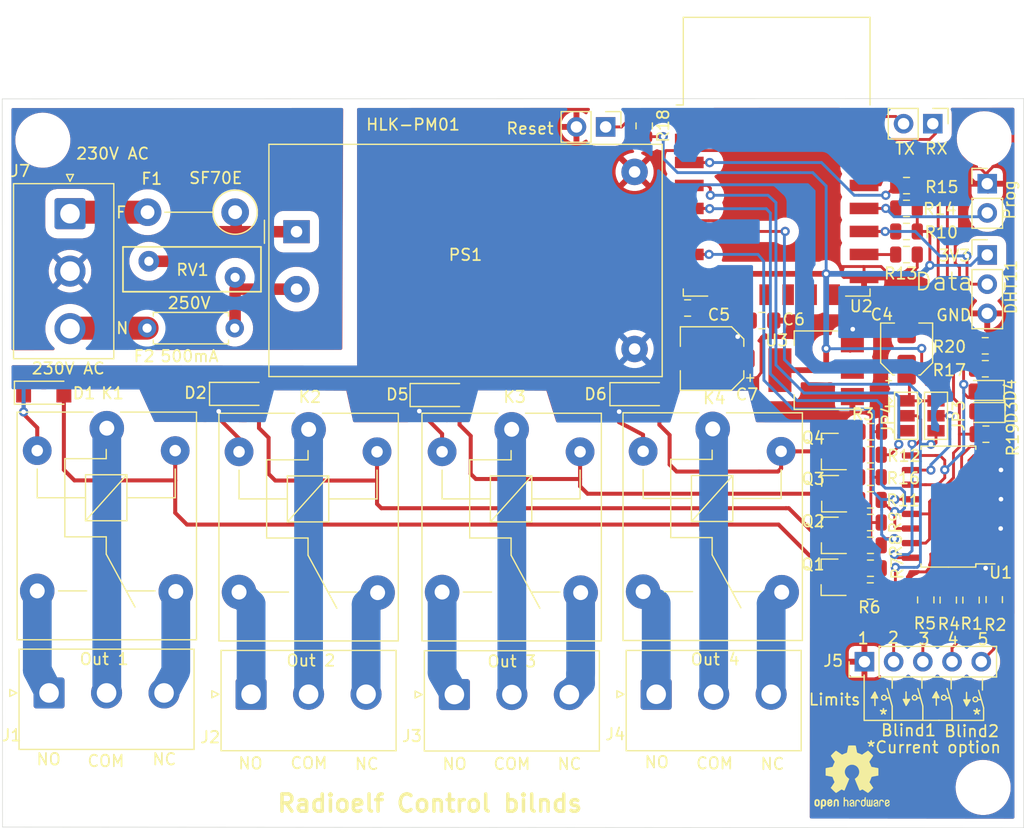
<source format=kicad_pcb>
(kicad_pcb (version 20210228) (generator pcbnew)
  (layers (0 "F.Cu" signal) (31 "B.Cu" signal) (34 "B.Paste" user) (35 "F.Paste" user) (36 "B.SilkS" user "B.Silkscreen") (37 "F.SilkS" user "F.Silkscreen") (38 "B.Mask" user) (39 "F.Mask" user) (44 "Edge.Cuts" user))
  (net 0 "")
  (net 1 "GND")
  (net 2 "+3V3")
  (net 3 "+5V")
  (net 4 "Net-(D1-Pad2)")
  (net 5 "Net-(D2-Pad2)")
  (net 6 "Net-(D5-Pad2)")
  (net 7 "Net-(D6-Pad2)")
  (net 8 "Net-(F1-Pad2)")
  (net 9 "Net-(F1-Pad1)")
  (net 10 "Net-(F2-Pad2)")
  (net 11 "Net-(F2-Pad1)")
  (net 12 "Net-(J1-Pad3)")
  (net 13 "Net-(J1-Pad2)")
  (net 14 "Net-(J1-Pad1)")
  (net 15 "Net-(J2-Pad3)")
  (net 16 "Net-(J2-Pad2)")
  (net 17 "Net-(J2-Pad1)")
  (net 18 "Net-(J3-Pad3)")
  (net 19 "Net-(J3-Pad2)")
  (net 20 "Net-(J3-Pad1)")
  (net 21 "Net-(J4-Pad3)")
  (net 22 "Net-(J4-Pad2)")
  (net 23 "Net-(J4-Pad1)")
  (net 24 "Net-(J5-Pad5)")
  (net 25 "Net-(J5-Pad4)")
  (net 26 "Net-(J5-Pad3)")
  (net 27 "Net-(J5-Pad2)")
  (net 28 "/DHT11")
  (net 29 "Earth")
  (net 30 "Net-(J8-Pad1)")
  (net 31 "Net-(JP1-Pad2)")
  (net 32 "Net-(JP2-Pad1)")
  (net 33 "Net-(Q1-Pad1)")
  (net 34 "Net-(Q2-Pad1)")
  (net 35 "Net-(Q3-Pad1)")
  (net 36 "Net-(Q4-Pad1)")
  (net 37 "Net-(R1-Pad2)")
  (net 38 "Net-(R2-Pad2)")
  (net 39 "Net-(R4-Pad2)")
  (net 40 "Net-(R5-Pad2)")
  (net 41 "/Relay1")
  (net 42 "/Relay2")
  (net 43 "/Relay3")
  (net 44 "/Relay4")
  (net 45 "Net-(R13-Pad2)")
  (net 46 "Net-(R15-Pad1)")
  (net 47 "/FC_M1")
  (net 48 "/FC_M2")
  (net 49 "Net-(U2-Pad14)")
  (net 50 "Net-(U2-Pad13)")
  (net 51 "Net-(U2-Pad12)")
  (net 52 "Net-(U2-Pad11)")
  (net 53 "Net-(U2-Pad10)")
  (net 54 "Net-(U2-Pad9)")
  (net 55 "Net-(U2-Pad2)")
  (net 56 "Net-(J8-Pad2)")
  (net 57 "Net-(D3-Pad1)")
  (net 58 "Net-(JP3-Pad2)")
  (net 59 "Net-(JP4-Pad2)")
  (footprint "Capacitor_SMD:CP_Elec_4x5.8" (layer "F.Cu") (at 182.6133 88.5571 90)
    (fp_text reference "C4")
    (fp_text value "22uF")
  )
  (footprint "Inductor_SMD:L_0805_2012Metric_Pad1.15x1.40mm_HandSolder" (layer "F.Cu") (at 163.567 84.9884 180)
    (fp_text reference "C5")
    (fp_text value "100nF")
  )
  (footprint "Inductor_SMD:L_0805_2012Metric_Pad1.15x1.40mm_HandSolder" (layer "F.Cu") (at 170.0366 86.0806 180)
    (fp_text reference "C6")
    (fp_text value "100nF")
  )
  (footprint "Capacitor_SMD:CP_Elec_5x4.4" (layer "F.Cu") (at 165.694 89.3826 180)
    (fp_text reference "C7")
    (fp_text value "220uF")
  )
  (footprint "Diode_SMD:D_MiniMELF" (layer "F.Cu") (at 107.5716 92.3544)
    (fp_text reference "D1")
    (fp_text value "LL4148")
  )
  (footprint "Diode_SMD:D_MiniMELF" (layer "F.Cu") (at 124.5388 92.456)
    (fp_text reference "D2")
    (fp_text value "LL4148")
  )
  (footprint "Diode_SMD:D_MiniMELF" (layer "F.Cu") (at 141.9834 92.5576)
    (fp_text reference "D5")
    (fp_text value "LL4148")
  )
  (footprint "Diode_SMD:D_MiniMELF" (layer "F.Cu") (at 159.3622 92.4814)
    (fp_text reference "D6")
    (fp_text value "LL4148")
  )
  (footprint "Resistor_THT:R_Axial_DIN0207_L6.3mm_D2.5mm_P7.62mm_Horizontal" (layer "F.Cu") (at 124.1806 86.741 180)
    (fp_text reference "F2")
    (fp_text value "500mA")
  )
  (footprint "Connector_JST:JST_NV_B03P-NV_1x03_P5.00mm_Vertical" (layer "F.Cu") (at 108.0338 118.4656)
    (fp_text reference "J1")
    (fp_text value "Out 1")
  )
  (footprint "Connector_JST:JST_NV_B03P-NV_1x03_P5.00mm_Vertical" (layer "F.Cu") (at 125.603 118.5799)
    (fp_text reference "J2")
    (fp_text value "Out 2")
  )
  (footprint "Connector_JST:JST_NV_B03P-NV_1x03_P5.00mm_Vertical" (layer "F.Cu") (at 143.2814 118.6053)
    (fp_text reference "J3")
    (fp_text value "Out 3")
  )
  (footprint "Connector_JST:JST_NV_B03P-NV_1x03_P5.00mm_Vertical" (layer "F.Cu") (at 160.8328 118.5799)
    (fp_text reference "J4")
    (fp_text value "Out 4")
  )
  (footprint "Connector_PinHeader_2.54mm:PinHeader_1x05_P2.54mm_Vertical" (layer "F.Cu") (at 178.943 115.7478 90)
    (fp_text reference "J5")
    (fp_text value "Limits")
  )
  (footprint "Connector_PinHeader_2.54mm:PinHeader_1x03_P2.54mm_Vertical" (layer "F.Cu") (at 189.6237 80.3783)
    (fp_text reference "J6" hide)
    (fp_text value "DHT11")
  )
  (footprint "Connector_JST:JST_NV_B03P-NV_1x03_P5.00mm_Vertical" (layer "F.Cu") (at 109.855 76.7842 -90)
    (fp_text reference "J7")
    (fp_text value "230V AC")
  )
  (footprint "Connector_PinHeader_2.54mm:PinHeader_1x02_P2.54mm_Vertical" (layer "F.Cu") (at 184.8866 68.961 -90)
    (fp_text reference "J8" hide)
    (fp_text value "Program" hide)
  )
  (footprint "Connector_PinHeader_2.54mm:PinHeader_1x02_P2.54mm_Vertical" (layer "F.Cu") (at 189.6237 74.1807)
    (fp_text reference "JP1" hide)
    (fp_text value "Close to program" hide)
  )
  (footprint "Connector_PinHeader_2.54mm:PinHeader_1x02_P2.54mm_Vertical" (layer "F.Cu") (at 156.4386 69.2404 -90)
    (fp_text reference "JP2" hide)
    (fp_text value "Reset")
  )
  (footprint "Relay_THT:Relay_SPDT_SANYOU_SRD_Series_Form_C" (layer "F.Cu") (at 113.0554 95.4405 -90)
    (fp_text reference "K1")
    (fp_text value "Relay_Up")
  )
  (footprint "Relay_THT:Relay_SPDT_SANYOU_SRD_Series_Form_C" (layer "F.Cu") (at 130.6068 95.5421 -90)
    (fp_text reference "K2")
    (fp_text value "Relay_Down")
  )
  (footprint "Relay_THT:Relay_SPDT_SANYOU_SRD_Series_Form_C" (layer "F.Cu") (at 148.2646 95.5399 -90)
    (fp_text reference "K3")
    (fp_text value "Relay_Up")
  )
  (footprint "Relay_THT:Relay_SPDT_SANYOU_SRD_Series_Form_C" (layer "F.Cu") (at 165.7477 95.504 -90)
    (fp_text reference "K4")
    (fp_text value "Relay_Down")
  )
  (footprint "Converter_ACDC:Converter_ACDC_HiLink_HLK-PMxx" (layer "F.Cu") (at 129.5545 78.3533)
    (fp_text reference "PS1")
    (fp_text value "HLK-PM01")
  )
  (footprint "Package_TO_SOT_SMD:SOT-23" (layer "F.Cu") (at 175.9364 108.4047 180)
    (fp_text reference "Q1")
    (fp_text value "2N7002")
  )
  (footprint "Package_TO_SOT_SMD:SOT-23" (layer "F.Cu") (at 175.9618 104.7598 180)
    (fp_text reference "Q2")
    (fp_text value "2N7002")
  )
  (footprint "Package_TO_SOT_SMD:SOT-23" (layer "F.Cu") (at 175.9872 101.1403 180)
    (fp_text reference "Q3")
    (fp_text value "2N7002")
  )
  (footprint "Package_TO_SOT_SMD:SOT-23" (layer "F.Cu") (at 175.9618 97.47 180)
    (fp_text reference "Q4")
    (fp_text value "2N7002")
  )
  (footprint "Resistor_SMD:R_0805_2012Metric" (layer "F.Cu") (at 188.214 110.3884 90)
    (fp_text reference "R1")
    (fp_text value "1K")
  )
  (footprint "Resistor_SMD:R_0805_2012Metric" (layer "F.Cu") (at 190.2333 110.348 90)
    (fp_text reference "R2")
    (fp_text value "1K")
  )
  (footprint "Resistor_SMD:R_0805_2012Metric" (layer "F.Cu") (at 179.4914 95.7453)
    (fp_text reference "R3")
    (fp_text value "10K")
  )
  (footprint "Resistor_SMD:R_0805_2012Metric" (layer "F.Cu") (at 186.2328 110.3884 90)
    (fp_text reference "R4")
    (fp_text value "1K")
  )
  (footprint "Resistor_SMD:R_0805_2012Metric" (layer "F.Cu") (at 184.277 110.3734 90)
    (fp_text reference "R5")
    (fp_text value "1K")
  )
  (footprint "Resistor_SMD:R_0805_2012Metric" (layer "F.Cu") (at 179.4533 109.601)
    (fp_text reference "R6")
    (fp_text value "1K")
  )
  (footprint "Resistor_SMD:R_0805_2012Metric" (layer "F.Cu") (at 179.466 107.6198)
    (fp_text reference "R7")
    (fp_text value "10K")
  )
  (footprint "Resistor_SMD:R_0805_2012Metric" (layer "F.Cu") (at 179.466 105.6259)
    (fp_text reference "R8")
    (fp_text value "1K")
  )
  (footprint "Resistor_SMD:R_0805_2012Metric" (layer "F.Cu") (at 179.466 103.6447)
    (fp_text reference "R9")
    (fp_text value "10K")
  )
  (footprint "Resistor_SMD:R_0805_2012Metric" (layer "F.Cu") (at 182.6006 78.3336)
    (fp_text reference "R10")
    (fp_text value "4k7")
  )
  (footprint "Resistor_SMD:R_0805_2012Metric" (layer "F.Cu") (at 179.466 101.6762)
    (fp_text reference "R11")
    (fp_text value "1K")
  )
  (footprint "Resistor_SMD:R_0805_2012Metric" (layer "F.Cu") (at 179.466 97.7519)
    (fp_text reference "R12")
    (fp_text value "1K")
  )
  (footprint "Resistor_SMD:R_0805_2012Metric" (layer "F.Cu") (at 182.5983 80.3402 180)
    (fp_text reference "R13")
    (fp_text value "1K")
  )
  (footprint "Resistor_SMD:R_0805_2012Metric" (layer "F.Cu") (at 182.6006 76.327 180)
    (fp_text reference "R14")
    (fp_text value "10K")
  )
  (footprint "Resistor_SMD:R_0805_2012Metric" (layer "F.Cu") (at 182.6029 74.3458)
    (fp_text reference "R15")
    (fp_text value "1K")
  )
  (footprint "Resistor_SMD:R_0805_2012Metric" (layer "F.Cu") (at 179.466 99.7077)
    (fp_text reference "R16")
    (fp_text value "10K")
  )
  (footprint "Resistor_SMD:R_0805_2012Metric" (layer "F.Cu") (at 189.4563 90.2716)
    (fp_text reference "R17")
    (fp_text value "330R")
  )
  (footprint "Varistor:RV_Disc_D12mm_W3.9mm_P7.5mm" (layer "F.Cu") (at 116.713 80.9244)
    (fp_text reference "RV1")
    (fp_text value "250V")
  )
  (footprint "Package_SO:SOIC-16_4.55x10.3mm_P1.27mm" (layer "F.Cu") (at 186.2455 102.2604 180)
    (fp_text reference "U1")
    (fp_text value "TLP281-4")
  )
  (footprint "RF_Module:ESP-12E" (layer "F.Cu") (at 171.3103 71.8312)
    (fp_text reference "U2")
    (fp_text value "ESP-12F")
  )
  (footprint "Package_TO_SOT_SMD:SOT-223-3_TabPin2" (layer "F.Cu") (at 174.744306 90.393485 180)
    (fp_text reference "U3")
    (fp_text value "LM1117-3.3")
  )
  (footprint "MountingHole:MountingHole_3.2mm_M3" (layer "F.Cu") (at 107.442 126.5682)
    (fp_text reference "REF**" hide)
    (fp_text value "M3" hide)
  )
  (footprint "Resistor_SMD:R_0805_2012Metric" (layer "F.Cu") (at 159.7914 69.1515 -90)
    (fp_text reference "R18")
    (fp_text value "10K")
  )
  (footprint "MountingHole:MountingHole_3.2mm_M3" (layer "F.Cu") (at 189.3697 70.2691)
    (fp_text reference "REF**" hide)
    (fp_text value "M3" hide)
  )
  (footprint "MountingHole:MountingHole_3.2mm_M3" (layer "F.Cu") (at 107.4928 70.3961)
    (fp_text reference "REF**" hide)
    (fp_text value "M3" hide)
  )
  (footprint "Resistor_SMD:R_0805_2012Metric" (layer "F.Cu") (at 189.4482 88.2777 180)
    (fp_text reference "R20")
    (fp_text value "10K")
  )
  (footprint "Jumper:SolderJumper-3_P1.3mm_Open_Pad1.0x1.5mm" (layer "F.Cu") (at 185.166 94.361 -90)
    (fp_text reference "JP3")
    (fp_text value "mode" hide)
  )
  (footprint "Jumper:SolderJumper-3_P1.3mm_Open_Pad1.0x1.5mm" (layer "F.Cu") (at 182.5625 94.361 -90)
    (fp_text reference "JP4")
    (fp_text value "mode")
  )
  (footprint "LED_SMD:LED_0805_2012Metric" (layer "F.Cu") (at 189.4228 92.2528 180)
    (fp_text reference "D4")
    (fp_text value "LED")
  )
  (footprint "LED_SMD:LED_0805_2012Metric" (layer "F.Cu") (at 189.484 93.98 180)
    (fp_text reference "D3")
    (fp_text value "LED")
  )
  (footprint "MountingHole:MountingHole_3.2mm_M3" (layer "F.Cu") (at 189.2681 126.6825)
    (fp_text reference "REF**" hide)
    (fp_text value "M3" hide)
  )
  (footprint "Resistor_THT:R_Axial_DIN0411_L9.9mm_D3.6mm_P7.62mm_Vertical" (layer "F.Cu") (at 124.2187 76.6572 180)
    (fp_text reference "F1")
    (fp_text value "SF70E")
  )
  (footprint "Symbol:Symbol_Danger_CopperTop_Small" (layer "F.Cu") (at 120.5738 71.5645)
    (fp_text reference "230V AC")
    (fp_text value "Danger" hide)
  )
  (footprint "Resistor_SMD:R_0805_2012Metric" (layer "F.Cu") (at 189.5094 95.9612 180)
    (fp_text reference "R19")
    (fp_text value "10K")
  )
  (footprint "Symbol:OSHW-Logo2_7.3x6mm_SilkScreen" (layer "F.Cu") (at 177.8635 125.7935)
    (fp_text reference "REF**" hide)
    (fp_text value "OSHW-Logo2_7.3x6mm_SilkScreen" hide)
  )
  (gr_line (start 185.4708 120.8532) (end 178.943 120.8532) (layer "F.SilkS") (width 0.12))
  (gr_line (start 184.8866 118.872) (end 185.3946 118.872) (layer "F.SilkS") (width 0.12))
  (gr_line (start 182.5625 119.5451) (end 182.5625 118.3767) (layer "F.SilkS") (width 0.12))
  (gr_circle (center 188.595 119.0244) (end 188.595 118.8212) (layer "F.SilkS") (width 0.12) (fill none))
  (gr_circle (center 185.8518 118.872) (end 185.8518 118.6688) (layer "F.SilkS") (width 0.12) (fill none))
  (gr_circle (center 183.3118 118.872) (end 183.3118 118.6688) (layer "F.SilkS") (width 0.12) (fill none))
  (gr_line (start 182.3339 119.0371) (end 182.5625 119.5197) (layer "F.SilkS") (width 0.12))
  (gr_line (start 187.6171 119.0752) (end 187.5917 119.0752) (layer "F.SilkS") (width 0.12))
  (gr_line (start 185.42 118.872) (end 185.1914 118.3894) (layer "F.SilkS") (width 0.12))
  (gr_line (start 179.705 118.8466) (end 179.7812 118.8212) (layer "F.SilkS") (width 0.12))
  (gr_line (start 185.3946 120.8532) (end 189.2808 120.8532) (layer "F.SilkS") (width 0.12))
  (gr_line (start 182.3593 119.0371) (end 182.3339 119.0371) (layer "F.SilkS") (width 0.12))
  (gr_line (start 185.293 118.7958) (end 185.2422 118.6688) (layer "F.SilkS") (width 0.12))
  (gr_line (start 185.3946 118.872) (end 185.42 118.872) (layer "F.SilkS") (width 0.12))
  (gr_line (start 185.166 118.5672) (end 185.039 118.8212) (layer "F.SilkS") (width 0.12))
  (gr_line (start 187.8203 119.5832) (end 187.8203 118.4148) (layer "F.SilkS") (width 0.12))
  (gr_line (start 187.7695 119.2784) (end 187.8457 119.38) (layer "F.SilkS") (width 0.12))
  (gr_line (start 189.3062 119.761) (end 188.8744 118.237) (layer "F.SilkS") (width 0.12))
  (gr_line (start 186.563 119.6086) (end 186.1312 118.0846) (layer "F.SilkS") (width 0.12))
  (gr_line (start 184.023 119.6086) (end 183.5912 118.0846) (layer "F.SilkS") (width 0.12))
  (gr_line (start 182.5879 119.5197) (end 182.8673 119.0371) (layer "F.SilkS") (width 0.12))
  (gr_line (start 183.9468 117.1702) (end 183.9468 118.0592) (layer "F.SilkS") (width 0.12))
  (gr_line (start 187.8457 119.5578) (end 188.1251 119.0752) (layer "F.SilkS") (width 0.12))
  (gr_line (start 187.7187 119.1514) (end 187.7695 119.2784) (layer "F.SilkS") (width 0.12))
  (gr_line (start 181.356 117.1448) (end 181.356 118.0592) (layer "F.SilkS") (width 0.12))
  (gr_line (start 185.166 118.3894) (end 184.8866 118.872) (layer "F.SilkS") (width 0.12))
  (gr_line (start 180.848 118.8974) (end 181.1274 118.8974) (layer "F.SilkS") (width 0.12))
  (gr_line (start 182.5879 119.3419) (end 182.7149 119.0879) (layer "F.SilkS") (width 0.12))
  (gr_line (start 179.9082 118.6942) (end 179.832 118.5926) (layer "F.SilkS") (width 0.12))
  (gr_line (start 182.7149 119.0879) (end 182.6387 119.1133) (layer "F.SilkS") (width 0.12))
  (gr_line (start 182.5117 119.2403) (end 182.5879 119.3419) (layer "F.SilkS") (width 0.12))
  (gr_line (start 178.9176 120.8532) (end 178.9176 116.9162) (layer "F.SilkS") (width 0.12))
  (gr_line (start 179.8574 118.3894) (end 179.8574 119.5578) (layer "F.SilkS") (width 0.12))
  (gr_line (start 186.4868 117.1956) (end 186.4868 118.11) (layer "F.SilkS") (width 0.12))
  (gr_line (start 189.3062 119.7864) (end 189.3062 120.8532) (layer "F.SilkS") (width 0.12))
  (gr_line (start 186.563 119.634) (end 186.563 120.7008) (layer "F.SilkS") (width 0.12))
  (gr_line (start 184.023 119.634) (end 184.023 120.7008) (layer "F.SilkS") (width 0.12))
  (gr_line (start 180.086 118.8974) (end 179.8574 118.4148) (layer "F.SilkS") (width 0.12))
  (gr_line (start 179.832 118.5926) (end 179.705 118.8466) (layer "F.SilkS") (width 0.12))
  (gr_line (start 182.4609 119.1133) (end 182.5117 119.2403) (layer "F.SilkS") (width 0.12))
  (gr_line (start 185.2422 118.6688) (end 185.166 118.5672) (layer "F.SilkS") (width 0.12))
  (gr_line (start 186.563 120.6754) (end 186.563 120.8278) (layer "F.SilkS") (width 0.12))
  (gr_line (start 189.2046 117.2718) (end 189.2046 118.2116) (layer "F.SilkS") (width 0.12))
  (gr_circle (center 180.6448 118.872) (end 180.6448 118.6688) (layer "F.SilkS") (width 0.12) (fill none))
  (gr_line (start 188.1251 119.0752) (end 187.6171 119.0752) (layer "F.SilkS") (width 0.12))
  (gr_line (start 185.1914 118.364) (end 185.1914 119.5324) (layer "F.SilkS") (width 0.12))
  (gr_line (start 179.959 118.8212) (end 179.9082 118.6942) (layer "F.SilkS") (width 0.12))
  (gr_line (start 188.7982 119.0498) (end 189.0776 119.0498) (layer "F.SilkS") (width 0.12))
  (gr_line (start 186.055 118.8974) (end 186.3344 118.8974) (layer "F.SilkS") (width 0.12))
  (gr_line (start 183.515 118.8974) (end 183.7944 118.8974) (layer "F.SilkS") (width 0.12))
  (gr_line (start 185.039 118.8212) (end 185.1152 118.7958) (layer "F.SilkS") (width 0.12))
  (gr_line (start 187.5917 119.0752) (end 187.8203 119.5578) (layer "F.SilkS") (width 0.12))
  (gr_line (start 179.832 118.4148) (end 179.5526 118.8974) (layer "F.SilkS") (width 0.12))
  (gr_line (start 187.8457 119.38) (end 187.9727 119.126) (layer "F.SilkS") (width 0.12))
  (gr_line (start 181.356 119.6086) (end 180.9242 118.0846) (layer "F.SilkS") (width 0.12))
  (gr_line (start 179.5526 118.8974) (end 180.0606 118.8974) (layer "F.SilkS") (width 0.12))
  (gr_line (start 181.356 119.634) (end 181.356 120.8532) (layer "F.SilkS") (width 0.12))
  (gr_line (start 187.9727 119.126) (end 187.8965 119.1514) (layer "F.SilkS") (width 0.12))
  (gr_line (start 180.0606 118.8974) (end 180.086 118.8974) (layer "F.SilkS") (width 0.12))
  (gr_line (start 184.023 120.7008) (end 184.023 120.8278) (layer "F.SilkS") (width 0.12))
  (gr_line (start 182.8673 119.0371) (end 182.3593 119.0371) (layer "F.SilkS") (width 0.12))
  (gr_line (start 192.786 130.2004) (end 103.9876 130.1242) (layer "Edge.Cuts") (width 0.05))
  (gr_line (start 103.9622 66.802) (end 192.786 66.7766) (layer "Edge.Cuts") (width 0.05))
  (gr_line (start 103.9876 130.1242) (end 103.9622 66.802) (layer "Edge.Cuts") (width 0.05))
  (gr_line (start 192.786 66.7766) (end 192.786 130.2004) (layer "Edge.Cuts") (width 0.05))
  (gr_text "NO" (at 125.5522 124.587) (layer "F.SilkS") (effects (font (size 1 1))))
  (gr_text "NC" (at 170.942 124.6378) (layer "F.SilkS") (effects (font (size 1 1))))
  (gr_text "COM" (at 112.9792 124.3838) (layer "F.SilkS") (effects (font (size 1 1))))
  (gr_text "DHT11" (at 191.6938 83.1723 90) (layer "F.SilkS") (effects (font (size 1 1))))
  (gr_text "COM" (at 130.6322 124.5616) (layer "F.SilkS") (effects (font (size 1 1))))
  (gr_text "NC" (at 135.6614 124.6378) (layer "F.SilkS") (effects (font (size 1 1))))
  (gr_text "F" (at 114.3 76.6826) (layer "F.SilkS") (effects (font (size 1 1))))
  (gr_text "NO" (at 108.0008 124.2314) (layer "F.SilkS") (effects (font (size 1 1))))
  (gr_text "2" (at 181.4576 113.665) (layer "F.SilkS") (effects (font (size 1 1))))
  (gr_text "N" (at 114.4016 86.741) (layer "F.SilkS") (effects (font (size 1 1))))
  (gr_text "NO" (at 143.3068 124.6378) (layer "F.SilkS") (effects (font (size 1 1))))
  (gr_text "Blind1" (at 182.7784 121.7168) (layer "F.SilkS") (effects (font (size 1 1))))
  (gr_text "1" (at 178.8414 113.7158) (layer "F.SilkS") (effects (font (size 1 1))))
  (gr_text "NC" (at 153.289 124.6378) (layer "F.SilkS") (effects (font (size 1 1))))
  (gr_text "3V3" (at 186.7662 80.4291) (layer "F.SilkS") (effects (font (size 1 1))))
  (gr_text "Data" (at 185.8645 82.7024) (layer "F.SilkS") (effects (font (size 1.5 1.5))))
  (gr_text "*" (at 180.594 120.396) (layer "F.SilkS") (effects (font (size 1 1))))
  (gr_text "*" (at 188.722 120.396) (layer "F.SilkS") (effects (font (size 1 1))))
  (gr_text "Radioelf Control bilnds" (at 141.1478 128.0668) (layer "F.SilkS") (effects (font (size 1.5 1.5) (thickness 0.3))))
  (gr_text "COM" (at 148.2852 124.6378) (layer "F.SilkS") (effects (font (size 1 1))))
  (gr_text "RX" (at 185.1914 71.12) (layer "F.SilkS") (effects (font (size 1 1))))
  (gr_text "TX" (at 182.4736 71.1454) (layer "F.SilkS") (effects (font (size 1 1))))
  (gr_text "3" (at 184.1246 113.7666) (layer "F.SilkS") (effects (font (size 1 1))))
  (gr_text "NO" (at 160.8836 124.4854) (layer "F.SilkS") (effects (font (size 1 1))))
  (gr_text "GND" (at 186.7154 85.6107) (layer "F.SilkS") (effects (font (size 1 1))))
  (gr_text "*Current option" (at 184.9755 123.19) (layer "F.SilkS") (effects (font (size 1 1))))
  (gr_text "5" (at 189.2554 113.792) (layer "F.SilkS") (effects (font (size 1 1))))
  (gr_text "4" (at 186.6392 113.7666) (layer "F.SilkS") (effects (font (size 1 1))))
  (gr_text "COM" (at 165.9128 124.587) (layer "F.SilkS") (effects (font (size 1 1))))
  (gr_text "Blind2\n" (at 188.2648 121.793) (layer "F.SilkS") (effects (font (size 1 1))))
  (gr_text "NC" (at 118.0592 124.2314) (layer "F.SilkS") (effects (font (size 1 1))))
  (segment (start 191.8589 69.8119) (end 191.8589 70.739) (width 0.25) (layer "F.Cu") (net 1))
  (segment (start 190.3857 88.4047) (end 190.3857 88.2777) (width 0.25) (layer "F.Cu") (net 1))
  (segment (start 187.394702 97.8027) (end 187.817051 97.380351) (width 0.25) (layer "F.Cu") (net 1))
  (segment (start 178.9103 82.3312) (end 178.9103 81.4251) (width 0.25) (layer "F.Cu") (net 1))
  (segment (start 175.9966 96.5962) (end 175.9966 98.171) (width 0.25) (layer "F.Cu") (net 1))
  (segment (start 180.2638 107.6198) (end 179.5018 107.6198) (width 0.25) (layer "F.Cu") (net 1))
  (segment (start 162.2171 90.805) (end 161.8234 90.7161) (width 0.25) (layer "F.Cu") (net 1))
  (segment (start 165.4048 77.3938) (end 166.3954 77.3938) (width 0.25) (layer "F.Cu") (net 1))
  (segment (start 180.7718 81.8134) (end 180.7718 81.7626) (width 0.25) (layer "F.Cu") (net 1))
  (segment (start 165.4048 77.3938) (end 162.052 77.3938) (width 0.25) (layer "F.Cu") (net 1))
  (segment (start 179.5018 99.3902) (end 179.5018 99.695) (width 0.25) (layer "F.Cu") (net 1))
  (segment (start 179.5018 110.8456) (end 179.5653 110.9091) (width 0.25) (layer "F.Cu") (net 1))
  (segment (start 176.9618 103.8098) (end 175.9712 103.8098) (width 0.25) (layer "F.Cu") (net 1))
  (segment (start 176.9618 96.52) (end 176.0474 96.52) (width 0.25) (layer "F.Cu") (net 1))
  (segment (start 175.9966 100.0506) (end 175.9966 98.171) (width 0.25) (layer "F.Cu") (net 1))
  (segment (start 188.169402 97.028) (end 187.817051 97.380351) (width 0.25) (layer "F.Cu") (net 1))
  (segment (start 183.5358 81.4624) (end 183.3626 81.6356) (width 0.25) (layer "F.Cu") (net 1))
  (segment (start 188.4553 72.8853) (end 186.8932 71.3232) (width 0.25) (layer "F.Cu") (net 1))
  (segment (start 177.1494 82.3312) (end 176.9745 82.1563) (width 0.25) (layer "F.Cu") (net 1))
  (segment (start 184.3024 107.9373) (end 184.8612 107.2261) (width 0.25) (layer "F.Cu") (net 1))
  (segment (start 189.6237 73.2028) (end 190.1698 72.6567) (width 0.25) (layer "F.Cu") (net 1))
  (segment (start 191.8589 94.5134) (end 191.860488 96.645412) (width 0.25) (layer "F.Cu") (net 1))
  (segment (start 175.9712 107.442) (end 175.9712 103.8098) (width 0.25) (layer "F.Cu") (net 1))
  (segment (start 191.860488 96.645412) (end 191.8716 111.5568) (width 0.25) (layer "F.Cu") (net 1))
  (segment (start 165.5318 88.392) (end 165.5318 89.4461) (width 0.25) (layer "F.Cu") (net 1))
  (segment (start 187.394702 99.815798) (end 185.4708 101.7397) (width 0.25) (layer "F.Cu") (net 1))
  (segment (start 185.4708 105.7402) (end 185.4708 101.7397) (width 0.25) (layer "F.Cu") (net 1))
  (segment (start 179.5145 103.6447) (end 179.5018 103.632) (width 0.25) (layer "F.Cu") (net 1))
  (segment (start 180.4035 103.6447) (end 180.213 103.6447) (width 0.25) (layer "F.Cu") (net 1))
  (segment (start 182.6768 108.3691) (end 182.6514 109.4359) (width 0.25) (layer "F.Cu") (net 1))
  (segment (start 163.494 89.3826) (end 165.4048 89.3826) (width 0.5) (layer "F.Cu") (net 1))
  (segment (start 179.5653 110.9091) (end 179.578 110.9218) (width 0.25) (layer "F.Cu") (net 1))
  (segment (start 179.5018 95.7707) (end 179.5018 94.4499) (width 0.25) (layer "F.Cu") (net 1))
  (segment (start 179.5145 99.7077) (end 179.5018 99.695) (width 0.25) (layer "F.Cu") (net 1))
  (segment (start 186.83732 79.59852) (end 187.19292 79.24292) (width 0.25) (layer "F.Cu") (net 1))
  (segment (start 190.1952 97.028) (end 190.4873 96.7359) (width 0.25) (layer "F.Cu") (net 1))
  (segment (start 178.8668 81.3816) (end 176.8856 81.3816) (width 0.25) (layer "F.Cu") (net 1))
  (segment (start 179.5272 95.7453) (end 179.5018 95.7707) (width 0.25) (layer "F.Cu") (net 1))
  (segment (start 188.1759 73.6854) (end 188.1759 73.4949) (width 0.25) (layer "F.Cu") (net 1))
  (segment (start 175.9712 107.5944) (end 175.9712 107.442) (width 0.25) (layer "F.Cu") (net 1))
  (segment (start 189.0649 72.8853) (end 188.4553 72.8853) (width 0.25) (layer "F.Cu") (net 1))
  (segment (start 180.4289 95.7453) (end 180.2892 95.7453) (width 0.25) (layer "F.Cu") (net 1))
  (segment (start 175.9712 107.5944) (end 175.9712 109.3724) (width 0.25) (layer "F.Cu") (net 1))
  (segment (start 175.9839 100.1903) (end 175.9712 100.203) (width 0.25) (layer "F.Cu") (net 1))
  (segment (start 169.9514 87.8078) (end 169.9514 90.6145) (width 0.25) (layer "F.Cu") (net 1))
  (segment (start 191.77 96.7359) (end 191.860488 96.645412) (width 0.25) (layer "F.Cu") (net 1))
  (segment (start 165.5318 89.4461) (end 165.5318 90.424) (width 0.25) (layer "F.Cu") (net 1))
  (segment (start 190.4873 96.0016) (end 190.4469 95.9612) (width 0.25) (layer "F.Cu") (net 1))
  (segment (start 189.6237 74.1807) (end 188.6712 74.1807) (width 0.25) (layer "F.Cu") (net 1))
  (segment (start 175.9712 100.203) (end 175.9712 96.4438) (width 0.25) (layer "F.Cu") (net 1))
  (segment (start 178.9103 81.4251) (end 178.8668 81.3816) (width 0.25) (layer "F.Cu") (net 1))
  (segment (start 175.9712 109.3724) (end 175.5902 109.7534) (width 0.25) (layer "F.Cu") (net 1))
  (segment (start 175.9712 103.8098) (end 175.9712 100.203) (width 0.25) (layer "F.Cu") (net 1))
  (segment (start 189.6872 74.93) (end 189.6872 73.5076) (width 0.25) (layer "F.Cu") (net 1))
  (segment (start 166.1541 71.2978) (end 161.671 71.2978) (width 0.25) (layer "F.Cu") (net 1))
  (segment (start 180.2765 99.7077) (end 179.5145 99.7077) (width 0.25) (layer "F.Cu") (net 1))
  (segment (start 179.578 110.9726) (end 179.9209 111.3155) (width 0.25) (layer "F.Cu") (net 1))
  (segment (start 179.5018 99.3902) (end 179.5018 95.7707) (width 0.25) (layer "F.Cu") (net 1))
  (segment (start 176.0474 96.52) (end 175.9712 96.4438) (width 0.25) (layer "F.Cu") (net 1))
  (segment (start 180.2892 95.7453) (end 179.5272 95.7453) (width 0.25) (layer "F.Cu") (net 1))
  (segment (start 190.4873 96.7359) (end 190.4873 96.0016) (width 0.25) (layer "F.Cu") (net 1))
  (segment (start 180.4035 107.6198) (end 180.2638 107.6198) (width 0.25) (layer "F.Cu") (net 1))
  (segment (start 186.83732 81.08696) (end 186.83732 79.59852) (width 0.25) (layer "F.Cu") (net 1))
  (segment (start 183.5358 80.3402) (end 183.5358 81.4624) (width 0.25) (layer "F.Cu") (net 1))
  (segment (start 180.4035 99.7077) (end 180.2765 99.7077) (width 0.25) (layer "F.Cu") (net 1))
  (segment (start 180.7718 81.7626) (end 180.3908 81.3816) (width 0.25) (layer "F.Cu") (net 1))
  (segment (start 189.6237 74.1807) (end 189.6237 73.2028) (width 0.25) (layer "F.Cu") (net 1))
  (segment (start 175.9839 107.4547) (end 175.9712 107.442) (width 0.25) (layer "F.Cu") (net 1))
  (segment (start 186.6138 71.3232) (end 176.911 71.3232) (width 0.25) (layer "F.Cu") (net 1))
  (segment (start 188.6585 97.028) (end 188.3664 97.028) (width 0.25) (layer "F.Cu") (net 1))
  (segment (start 183.6293 107.9373) (end 184.3024 107.9373) (width 0.25) (layer "F.Cu") (net 1))
  (segment (start 169.9514 90.6145) (end 169.672 90.9955) (width 0.25) (layer "F.Cu") (net 1))
  (segment (start 176.9364 107.4547) (end 175.9839 107.4547) (width 0.25) (layer "F.Cu") (net 1))
  (segment (start 188.3664 97.028) (end 188.169402 97.028) (width 0.25) (layer "F.Cu") (net 1))
  (segment (start 178.9103 82.3312) (end 177.1494 82.3312) (width 0.25) (layer "F.Cu") (net 1))
  (segment (start 187.21324 81.46288) (end 186.83732 81.08696) (width 0.25) (layer "F.Cu") (net 1))
  (segment (start 187.394702 97.8027) (end 187.394702 99.815798) (width 0.25) (layer "F.Cu") (net 1))
  (segment (start 179.5018 103.632) (end 179.5018 107.6198) (width 0.25) (layer "F.Cu") (net 1))
  (segment (start 186.8932 71.3232) (end 186.6138 71.3232) (width 0.25) (layer "F.Cu") (net 1))
  (segment (start 162.052 77.3938) (end 161.671 77.3938) (width 0.25) (layer "F.Cu") (net 1))
  (segment (start 179.5018 110.3122) (end 179.5018 110.8456) (width 0.25) (layer "F.Cu") (net 1))
  (segment (start 179.5018 99.695) (end 179.5018 103.632) (width 0.25) (layer "F.Cu") (net 1))
  (segment (start 188.6585 97.028) (end 190.1952 97.028) (width 0.25) (layer "F.Cu") (net 1))
  (segment (start 188.6712 74.1807) (end 188.1759 73.6854) (width 0.25) (layer "F.Cu") (net 1))
  (segment (start 175.9712 96.4438) (end 175.9712 95.8215) (width 0.25) (layer "F.Cu") (net 1))
  (segment (start 176.9872 100.1903) (end 175.9839 100.1903) (width 0.25) (layer "F.Cu") (net 1))
  (segment (start 179.5018 107.6198) (end 179.5018 110.3122) (width 0.25) (layer "F.Cu") (net 1))
  (segment (start 180.3908 81.3816) (end 178.8668 81.3816) (width 0.25) (layer "F.Cu") (net 1))
  (segment (start 180.213 103.6447) (end 179.5145 103.6447) (width 0.25) (layer "F.Cu") (net 1))
  (segment (start 166.3954 77.3938) (end 166.5478 77.2414) (width 0.25) (layer "F.Cu") (net 1))
  (segment (start 187.21324 83.36788) (end 187.21324 81.46288) (width 0.25) (layer "F.Cu") (net 1))
  (segment (start 189.6872 73.5076) (end 189.0649 72.8853) (width 0.25) (layer "F.Cu") (net 1))
  (segment (start 176.9745 82.1563) (end 176.9745 81.661) (width 0.25) (layer "F.Cu") (net 1))
  (segment (start 175.610485 90.393485) (end 174.579315 90.393485) (width 0.5) (layer "F.Cu") (net 2))
  (segment (start 182.8546 93.0356) (end 182.8546 90.5984) (width 0.25) (layer "F.Cu") (net 2))
  (segment (start 183.9214 88.5063) (end 183.9214 89.9541) (width 0.25) (layer "F.Cu") (net 2))
  (segment (start 182.576915 90.393485) (end 182.6133 90.3571) (width 0.25) (layer "F.Cu") (net 2))
  (segment (start 184.4294 78.3336) (end 183.5381 78.3336) (width 0.25) (layer "F.Cu") (net 2))
  (segment (start 159.7914 70.089) (end 161.4447 70.089) (width 0.25) (layer "F.Cu") (net 2))
  (segment (start 183.9214 89.9541) (end 183.5184 90.3571) (width 0.25) (layer "F.Cu") (net 2))
  (segment (start 183.5404 74.3458) (end 183.5404 75.5396) (width 0.25) (layer "F.Cu") (net 2))
  (segment (start 174.5742 90.38837) (end 174.579315 90.393485) (width 0.25) (layer "F.Cu") (net 2))
  (segment (start 184.6326 78.5368) (end 184.5437 78.4479) (width 0.25) (layer "F.Cu") (net 2))
  (segment (start 182.6133 89.9668) (end 182.6133 90.3571) (width 0.25) (layer "F.Cu") (net 2))
  (segment (start 175.6156 90.4113) (end 174.5742 90.38837) (width 0.5) (layer "F.Cu") (net 2))
  (segment (start 183.5381 77.5439) (end 183.5381 76.327) (width 0.25) (layer "F.Cu") (net 2))
  (segment (start 182.6167 90.3605) (end 182.6133 90.3571) (width 0.25) (layer "F.Cu") (net 2))
  (segment (start 163.4392 82.3312) (end 163.7103 82.3312) (width 0.25) (layer "F.Cu") (net 2))
  (segment (start 175.6156 88.5063) (end 175.6156 90.4113) (width 0.5) (layer "F.Cu") (net 2))
  (segment (start 183.5404 76.3247) (end 183.5381 76.327) (width 0.25) (layer "F.Cu") (net 2))
  (segment (start 182.8546 90.5984) (end 182.6133 90.3571) (width 0.25) (layer "F.Cu") (net 2))
  (segment (start 183.5404 75.5396) (end 183.5404 76.3247) (width 0.25) (layer "F.Cu") (net 2))
  (segment (start 184.5437 78.4479) (end 184.4294 78.3336) (width 0.25) (layer "F.Cu") (net 2))
  (segment (start 183.5184 90.3571) (end 182.6133 90.3571) (width 0.25) (layer "F.Cu") (net 2))
  (segment (start 165.1762 82.3214) (end 163.7103 82.3312) (width 0.5) (layer "F.Cu") (net 2))
  (segment (start 175.6156 82.0166) (end 165.7096 82.0166) (width 0.5) (layer "F.Cu") (net 2))
  (segment (start 165.7096 82.0166) (end 165.1762 82.3214) (width 0.5) (layer "F.Cu") (net 2))
  (segment (start 162.542 84.9884) (end 162.542 83.2284) (width 0.25) (layer "F.Cu") (net 2))
  (segment (start 182.6133 90.0684) (end 182.6133 90.3571) (width 0.25) (layer "F.Cu") (net 2))
  (segment (start 174.579315 90.393485) (end 171.594306 90.393485) (width 0.5) (layer "F.Cu") (net 2))
  (segment (start 183.5381 78.3336) (end 183.5381 77.5439) (width 0.25) (layer "F.Cu") (net 2))
  (segment (start 185.166 93.061) (end 182.5625 93.061) (width 0.25) (layer "F.Cu") (net 2))
  (segment (start 175.6029 90.3859) (end 175.610485 90.393485) (width 0.25) (layer "F.Cu") (net 2))
  (segment (start 162.542 83.2284) (end 163.4392 82.3312) (width 0.25) (layer "F.Cu") (net 2))
  (segment (start 177.894306 90.393485) (end 175.610485 90.393485) (width 0.5) (layer "F.Cu") (net 2))
  (segment (start 184.6326 81.28) (end 184.6326 78.5368) (width 0.25) (layer "F.Cu") (net 2))
  (via (at 161.4447 70.089) (size 0.8) (drill 0.4) (layers "F.Cu" "B.Cu") (net 2))
  (via (at 184.6326 81.28) (size 0.8) (drill 0.4) (layers "F.Cu" "B.Cu") (net 2))
  (via (at 175.6156 82.0166) (size 0.8) (drill 0.4) (layers "F.Cu" "B.Cu") (net 2))
  (via (at 183.9214 88.5063) (size 0.8) (drill 0.4) (layers "F.Cu" "B.Cu") (net 2))
  (via (at 175.6156 88.5063) (size 0.8) (drill 0.4) (layers "F.Cu" "B.Cu") (net 2))
  (segment (start 161.4447 71.9732) (end 161.4447 70.089) (width 0.25) (layer "B.Cu") (net 2))
  (segment (start 173.3677 73.2155) (end 162.687 73.2155) (width 0.25) (layer "B.Cu") (net 2))
  (segment (start 189.6237 80.3783) (end 189.08522 80.3783) (width 0.25) (layer "B.Cu") (net 2))
  (segment (start 175.6156 88.5317) (end 175.6156 82.0166) (width 0.5) (layer "B.Cu") (net 2))
  (segment (start 183.9468 82.0166) (end 184.6072 81.3562) (width 0.5) (layer "B.Cu") (net 2))
  (segment (start 174.4472 73.2155) (end 175.6156 74.3839) (width 0.25) (layer "B.Cu") (net 2))
  (segment (start 183.8706 82.0166) (end 183.9468 82.0166) (width 0.25) (layer "B.Cu") (net 2))
  (segment (start 183.8706 82.0166) (end 175.6156 82.0166) (width 0.5) (layer "B.Cu") (net 2))
  (segment (start 173.3677 73.2155) (end 174.4472 73.2155) (width 0.25) (layer "B.Cu") (net 2))
  (segment (start 189.08522 80.3783) (end 188.18352 81.28) (width 0.25) (layer "B.Cu") (net 2))
  (segment (start 188.18352 81.28) (end 184.6326 81.28) (width 0.25) (layer "B.Cu") (net 2))
  (segment (start 175.6156 74.3839) (end 175.6156 82.0166) (width 0.25) (layer "B.Cu") (net 2))
  (segment (start 162.687 73.2155) (end 161.4447 71.9732) (width 0.25) (layer "B.Cu") (net 2))
  (segment (start 183.9214 88.5063) (end 175.6156 88.5317) (width 0.25) (layer "B.Cu") (net 2))
  (segment (start 167.9194 89.3572) (end 167.894 89.3826) (width 0.25) (layer "F.Cu") (net 3))
  (segment (start 105.8216 94.0256) (end 105.8216 92.3544) (width 0.35) (layer "F.Cu") (net 3))
  (segment (start 107.0054 95.3976) (end 105.8216 94.2138) (width 0.35) (layer "F.Cu") (net 3))
  (segment (start 189.4955 99.0854) (end 190.8048 99.0854) (width 0.25) (layer "F.Cu") (net 3))
  (segment (start 157.6122 94.0002) (end 157.607 94.9198) (width 0.35) (layer "F.Cu") (net 3))
  (segment (start 124.5568 97.4921) (end 124.5568 96.3374) (width 0.35) (layer "F.Cu") (net 3))
  (segment (start 177.927 88.060791) (end 177.894306 88.093485) (width 0.25) (layer "F.Cu") (net 3))
  (segment (start 122.7888 94.5694) (end 122.7888 93.9748) (width 0.35) (layer "F.Cu") (net 3))
  (segment (start 190.8048 101.6254) (end 190.8175 101.6127) (width 0.25) (layer "F.Cu") (net 3))
  (segment (start 189.4955 101.6254) (end 190.8048 101.6254) (width 0.25) (layer "F.Cu") (net 3))
  (segment (start 189.4955 107.3416) (end 189.4955 106.7054) (width 0.25) (layer "F.Cu") (net 3))
  (segment (start 105.8216 94.2138) (end 105.8216 94.0256) (width 0.25) (layer "F.Cu") (net 3))
  (segment (start 157.6122 92.4814) (end 157.6122 94.0002) (width 0.35) (layer "F.Cu") (net 3))
  (segment (start 190.8048 99.0854) (end 190.8175 99.0727) (width 0.25) (layer "F.Cu") (net 3))
  (segment (start 168.6306 87.4776) (end 167.9194 87.4776) (width 0.25) (layer "F.Cu") (net 3))
  (segment (start 107.0054 97.3905) (end 107.0054 95.3976) (width 0.35) (layer "F.Cu") (net 3))
  (segment (start 167.9194 87.4776) (end 167.9194 89.3572) (width 0.5) (layer "F.Cu") (net 3))
  (segment (start 189.484 107.6071) (end 189.4955 107.3416) (width 0.25) (layer "F.Cu") (net 3))
  (segment (start 157.607 94.9198) (end 159.6898 96.012) (width 0.35) (layer "F.Cu") (net 3))
  (segment (start 167.894 89.0622) (end 167.808 88.9762) (width 0.25) (layer "F.Cu") (net 3))
  (segment (start 169.0116 86.0806) (end 169.0116 87.0966) (width 0.25) (layer "F.Cu") (net 3))
  (segment (start 124.5568 96.3374) (end 122.7888 94.5694) (width 0.35) (layer "F.Cu") (net 3))
  (segment (start 122.7888 93.9748) (end 122.7888 92.456) (width 0.35) (layer "F.Cu") (net 3))
  (segment (start 142.2146 95.9358) (end 142.2146 97.4899) (width 0.35) (layer "F.Cu") (net 3))
  (segment (start 140.2334 93.9546) (end 142.2146 95.9358) (width 0.35) (layer "F.Cu") (net 3))
  (segment (start 159.6898 96.012) (end 159.6977 97.454) (width 0.35) (layer "F.Cu") (net 3))
  (segment (start 177.927 86.8299) (end 177.925991 88.0618) (width 0.5) (layer "F.Cu") (net 3))
  (segment (start 190.7159 104.1654) (end 190.7921 104.1654) (width 0.25) (layer "F.Cu") (net 3))
  (segment (start 177.894306 88.562694) (end 177.894306 88.093485) (width 0.25) (layer "F.Cu") (net 3))
  (segment (start 189.4955 104.1654) (end 190.7159 104.1654) (width 0.25) (layer "F.Cu") (net 3))
  (segment (start 140.2334 92.5576) (end 140.2334 93.9546) (width 0.35) (layer "F.Cu") (net 3))
  (segment (start 169.0116 87.0966) (end 168.6306 87.4776) (width 0.25) (layer "F.Cu") (net 3))
  (segment (start 177.925991 88.0618) (end 177.894306 88.093485) (width 0.25) (layer "F.Cu") (net 3))
  (segment (start 177.6984 88.7586) (end 177.894306 88.562694) (width 0.25) (layer "F.Cu") (net 3))
  (via (at 167.9194 87.4776) (size 0.8) (drill 0.4) (layers "F.Cu" "B.Cu") (net 3))
  (via (at 190.8175 101.6127) (size 0.8) (drill 0.4) (layers "F.Cu" "B.Cu") (net 3))
  (via (at 140.2334 93.9546) (size 0.8) (drill 0.4) (layers "F.Cu" "B.Cu") (net 3))
  (via (at 190.8175 99.0727) (size 0.8) (drill 0.4) (layers "F.Cu" "B.Cu") (net 3))
  (via (at 190.7921 104.1654) (size 0.8) (drill 0.4) (layers "F.Cu" "B.Cu") (net 3))
  (via (at 105.8216 94.0256) (size 0.8) (drill 0.4) (layers "F.Cu" "B.Cu") (net 3))
  (via (at 122.7888 93.9748) (size 0.8) (drill 0.4) (layers "F.Cu" "B.Cu") (net 3))
  (via (at 157.6122 94.0002) (size 0.8) (drill 0.4) (layers "F.Cu" "B.Cu") (net 3))
  (via (at 189.484 107.6071) (size 0.8) (drill 0.4) (layers "F.Cu" "B.Cu") (net 3))
  (via (at 177.927 86.8299) (size 0.8) (drill 0.4) (layers "F.Cu" "B.Cu") (net 3))
  (segment (start 105.8216 94.0256) (end 105.8216 90.9626) (width 0.35) (layer "B.Cu") (net 3))
  (segment (start 171.069 74.2696) (end 164.5158 74.2696) (width 0.25) (layer "B.Cu") (net 3))
  (segment (start 169.3164 93.6244) (end 170.3324 94.7928) (width 0.25) (layer "B.Cu") (net 3))
  (segment (start 170.3324 94.7928) (end 174.1932 94.8182) (width 0.25) (layer "B.Cu") (net 3))
  (segment (start 169.1386 92.8878) (end 169.3164 93.6244) (width 0.25) (layer "B.Cu") (net 3))
  (segment (start 173.8122 106.2228) (end 173.8122 106.1593) (width 0.25) (layer "F.Cu") (net 4))
  (segment (start 174.9364 107.2835) (end 173.8122 106.1593) (width 0.35) (layer "F.Cu") (net 4))
  (segment (start 120.0277 103.8225) (end 119.0054 102.8002) (width 0.35) (layer "F.Cu") (net 4))
  (segment (start 119.0054 102.8002) (end 119.0054 99.9808) (width 0.35) (layer "F.Cu") (net 4))
  (segment (start 110.2424 99.9808) (end 119.0054 99.9808) (width 0.35) (layer "F.Cu") (net 4))
  (segment (start 119.0054 99.9808) (end 119.0054 97.3905) (width 0.35) (layer "F.Cu") (net 4))
  (segment (start 171.4754 103.8225) (end 120.0277 103.8225) (width 0.35) (layer "F.Cu") (net 4))
  (segment (start 109.3216 92.3544) (end 109.3216 99.06) (width 0.35) (layer "F.Cu") (net 4))
  (segment (start 173.8122 106.1593) (end 171.4754 103.8225) (width 0.35) (layer "F.Cu") (net 4))
  (segment (start 109.3216 99.06) (end 110.2424 99.9808) (width 0.35) (layer "F.Cu") (net 4))
  (segment (start 174.9364 108.4047) (end 174.9364 107.2835) (width 0.35) (layer "F.Cu") (net 4))
  (segment (start 127.7048 99.9934) (end 136.5568 99.9934) (width 0.35) (layer "F.Cu") (net 5))
  (segment (start 127.127 96.266) (end 127.127 99.4156) (width 0.35) (layer "F.Cu") (net 5))
  (segment (start 126.2888 92.456) (end 126.4666 92.456) (width 0.25) (layer "F.Cu") (net 5))
  (segment (start 126.2888 92.456) (end 126.2888 95.4278) (width 0.35) (layer "F.Cu") (net 5))
  (segment (start 126.2888 95.4278) (end 127.127 96.266) (width 0.35) (layer "F.Cu") (net 5))
  (segment (start 172.1231 102.4001) (end 136.9315 102.4001) (width 0.35) (layer "F.Cu") (net 5))
  (segment (start 127.127 99.4156) (end 127.7048 99.9934) (width 0.35) (layer "F.Cu") (net 5))
  (segment (start 174.9618 104.7598) (end 174.7241 104.7598) (width 0.25) (layer "F.Cu") (net 5))
  (segment (start 172.3644 102.4001) (end 172.1231 102.4001) (width 0.35) (layer "F.Cu") (net 5))
  (segment (start 136.9315 102.4001) (end 136.5568 102.0254) (width 0.35) (layer "F.Cu") (net 5))
  (segment (start 174.7241 104.7598) (end 172.3644 102.4001) (width 0.35) (layer "F.Cu") (net 5))
  (segment (start 136.5568 99.9934) (end 136.5568 97.4921) (width 0.35) (layer "F.Cu") (net 5))
  (segment (start 136.5568 102.0254) (end 136.5568 99.9934) (width 0.35) (layer "F.Cu") (net 5))
  (segment (start 126.4666 92.456) (end 126.492 92.4306) (width 0.25) (layer "F.Cu") (net 5))
  (segment (start 145.1498 99.8616) (end 154.2146 99.8616) (width 0.35) (layer "F.Cu") (net 6))
  (segment (start 154.2146 99.8616) (end 154.2146 97.4899) (width 0.35) (layer "F.Cu") (net 6))
  (segment (start 143.7334 92.5576) (end 143.7334 95.1432) (width 0.35) (layer "F.Cu") (net 6))
  (segment (start 144.7038 96.1136) (end 144.7038 99.4156) (width 0.35) (layer "F.Cu") (net 6))
  (segment (start 154.2146 100.4936) (end 154.2146 99.8616) (width 0.35) (layer "F.Cu") (net 6))
  (segment (start 143.7588 92.5322) (end 143.7334 92.5576) (width 0.25) (layer "F.Cu") (net 6))
  (segment (start 154.8613 101.1403) (end 154.2146 100.4936) (width 0.35) (layer "F.Cu") (net 6))
  (segment (start 144.7038 99.4156) (end 145.1498 99.8616) (width 0.35) (layer "F.Cu") (net 6))
  (segment (start 174.9872 101.1403) (end 154.8613 101.1403) (width 0.35) (layer "F.Cu") (net 6))
  (segment (start 143.7334 95.1432) (end 144.7038 96.1136) (width 0.35) (layer "F.Cu") (net 6))
  (segment (start 171.6977 98.9393) (end 171.6977 97.454) (width 0.35) (layer "F.Cu") (net 7))
  (segment (start 174.9618 97.47) (end 174.6098 97.47) (width 0.25) (layer "F.Cu") (net 7))
  (segment (start 161.1122 92.4814) (end 161.1122 95.1484) (width 0.35) (layer "F.Cu") (net 7))
  (segment (start 161.1122 95.1484) (end 162.0012 96.0374) (width 0.35) (layer "F.Cu") (net 7))
  (segment (start 174.5938 97.454) (end 171.6977 97.454) (width 0.35) (layer "F.Cu") (net 7))
  (segment (start 162.0012 98.6028) (end 162.6108 99.2124) (width 0.35) (layer "F.Cu") (net 7))
  (segment (start 162.6108 99.2124) (end 169.7736 99.2124) (width 0.35) (layer "F.Cu") (net 7))
  (segment (start 174.6098 97.47) (end 174.5938 97.454) (width 0.25) (layer "F.Cu") (net 7))
  (segment (start 162.0012 96.0374) (end 162.0012 98.6028) (width 0.35) (layer "F.Cu") (net 7))
  (segment (start 169.7736 99.2124) (end 171.4246 99.2124) (width 0.35) (layer "F.Cu") (net 7))
  (segment (start 171.4246 99.2124) (end 171.6977 98.9393) (width 0.35) (layer "F.Cu") (net 7))
  (segment (start 109.982 76.6572) (end 109.855 76.7842) (width 0.25) (layer "F.Cu") (net 8))
  (segment (start 116.6876 76.6572) (end 109.982 76.6572) (width 2) (layer "F.Cu") (net 8))
  (segment (start 116.5987 76.6572) (end 116.6876 76.6572) (width 0.25) (layer "F.Cu") (net 8))
  (segment (start 124.2187 76.6572) (end 124.2187 77.1779) (width 0.25) (layer "F.Cu") (net 9))
  (segment (start 118.5418 80.9244) (end 116.713 80.9244) (width 1) (layer "F.Cu") (net 9))
  (segment (start 120.3579 79.1083) (end 118.5418 80.9244) (width 1) (layer "F.Cu") (net 9))
  (segment (start 121.1129 78.3533) (end 120.3579 79.1083) (width 1) (layer "F.Cu") (net 9))
  (segment (start 124.3076 77.2668) (end 124.3076 78.2828) (width 1) (layer "F.Cu") (net 9))
  (segment (start 124.2371 78.3533) (end 121.1129 78.3533) (width 1) (layer "F.Cu") (net 9))
  (segment (start 124.2187 77.1779) (end 124.3076 77.2668) (width 0.25) (layer "F.Cu") (net 9))
  (segment (start 129.5545 78.3533) (end 124.2371 78.3533) (width 1) (layer "F.Cu") (net 9))
  (segment (start 124.3076 76.6572) (end 124.3076 77.2668) (width 1) (layer "F.Cu") (net 9))
  (segment (start 124.3076 78.2828) (end 124.2371 78.3533) (width 0.25) (layer "F.Cu") (net 9))
  (segment (start 116.5606 86.741) (end 109.8982 86.741) (width 2) (layer "F.Cu") (net 10))
  (segment (start 109.8982 86.741) (end 109.855 86.7842) (width 0.25) (layer "F.Cu") (net 10))
  (segment (start 124.213 86.7086) (end 124.1806 86.741) (width 0.25) (layer "F.Cu") (net 11))
  (segment (start 124.213 83.3444) (end 124.213 86.7086) (width 1) (layer "F.Cu") (net 11))
  (segment (start 124.213 82.3244) (end 124.213 83.3444) (width 0.25) (layer "F.Cu") (net 11))
  (segment (start 129.5545 83.3533) (end 124.2219 83.3533) (width 1) (layer "F.Cu") (net 11))
  (segment (start 124.2219 83.3533) (end 124.213 83.3444) (width 0.25) (layer "F.Cu") (net 11))
  (segment (start 119.0554 116.5296) (end 119.0498 116.5352) (width 0.25) (layer "B.Cu") (net 12))
  (segment (start 119.0244 116.6368) (end 118.0338 118.4656) (width 2.5) (layer "B.Cu") (net 12))
  (segment (start 119.0554 110.1288) (end 119.0554 109.6405) (width 0.25) (layer "B.Cu") (net 12))
  (segment (start 119.0554 109.6405) (end 119.0554 116.5296) (width 2.5) (layer "B.Cu") (net 12))
  (segment (start 119.0498 116.5352) (end 119.0498 117.4496) (width 0.25) (layer "B.Cu") (net 12))
  (segment (start 113.0338 118.4656) (end 113.03 118.4656) (width 0.25) (layer "B.Cu") (net 13))
  (segment (start 113.0554 108.7882) (end 113.0338 108.8098) (width 0.25) (layer "B.Cu") (net 13))
  (segment (start 113.03 118.4656) (end 113.0554 118.4402) (width 0.25) (layer "B.Cu") (net 13))
  (segment (start 113.0554 118.4402) (end 113.0554 95.4405) (width 2.5) (layer "B.Cu") (net 13))
  (segment (start 107.0102 116.4844) (end 108.0338 118.4656) (width 2.5) (layer "B.Cu") (net 14))
  (segment (start 107.0102 110.2614) (end 107.0102 116.4844) (width 2.5) (layer "B.Cu") (net 14))
  (segment (start 107.0054 109.9874) (end 107.0054 109.5905) (width 0.25) (layer "B.Cu") (net 14))
  (segment (start 108.0338 118.4072) (end 107.9754 118.3488) (width 0.25) (layer "B.Cu") (net 14))
  (segment (start 107.0054 110.2566) (end 107.0102 110.2614) (width 0.25) (layer "B.Cu") (net 14))
  (segment (start 107.0054 109.5905) (end 107.0054 110.2566) (width 0.25) (layer "B.Cu") (net 14))
  (segment (start 108.0338 118.4656) (end 108.0338 118.4072) (width 0.25) (layer "B.Cu") (net 14))
  (segment (start 135.603 118.5799) (end 135.6106 110.8202) (width 2.5) (layer "B.Cu") (net 15))
  (segment (start 135.603 111.539) (end 135.6106 111.5314) (width 0.25) (layer "B.Cu") (net 15))
  (segment (start 135.6106 110.7383) (end 136.6068 109.7421) (width 2.5) (layer "B.Cu") (net 15))
  (segment (start 135.6106 111.5314) (end 135.6106 110.7383) (width 0.25) (layer "B.Cu") (net 15))
  (segment (start 136.6068 110.6241) (end 136.6068 109.7421) (width 0.25) (layer "B.Cu") (net 15))
  (segment (start 130.6068 98.0948) (end 130.6068 95.5421) (width 2.5) (layer "B.Cu") (net 16))
  (segment (start 130.603 98.0986) (end 130.6068 98.0948) (width 0.25) (layer "B.Cu") (net 16))
  (segment (start 130.603 118.5799) (end 130.603 98.0986) (width 2.5) (layer "B.Cu") (net 16))
  (segment (start 125.603 118.5799) (end 125.603 110.7186) (width 2.5) (layer "B.Cu") (net 17))
  (segment (start 125.603 110.7383) (end 124.5568 109.6921) (width 2.5) (layer "B.Cu") (net 17))
  (segment (start 125.603 111.5822) (end 125.603 110.7383) (width 0.25) (layer "B.Cu") (net 17))
  (segment (start 154.2542 116.7846) (end 154.2542 117.6325) (width 2.5) (layer "B.Cu") (net 18))
  (segment (start 154.2646 116.7742) (end 154.2542 116.7846) (width 0.25) (layer "B.Cu") (net 18))
  (segment (start 154.2542 117.6325) (end 153.2814 118.6053) (width 2.5) (layer "B.Cu") (net 18))
  (segment (start 154.2646 109.7399) (end 154.2646 116.7742) (width 2.5) (layer "B.Cu") (net 18))
  (segment (start 148.2814 104.1184) (end 148.2646 104.1016) (width 0.25) (layer "B.Cu") (net 19))
  (segment (start 148.2814 118.6053) (end 148.2814 104.1184) (width 2.5) (layer "B.Cu") (net 19))
  (segment (start 148.2646 104.1016) (end 148.2646 95.5399) (width 2.5) (layer "B.Cu") (net 19))
  (segment (start 143.2814 118.6053) (end 143.2814 118.5926) (width 0.25) (layer "B.Cu") (net 20))
  (segment (start 142.2146 116.6114) (end 142.2146 109.6899) (width 2.5) (layer "B.Cu") (net 20))
  (segment (start 143.2814 118.5926) (end 142.2146 116.7384) (width 2.5) (layer "B.Cu") (net 20))
  (segment (start 171.7477 109.7605) (end 170.8328 110.6754) (width 2.5) (layer "B.Cu") (net 21))
  (segment (start 170.8328 110.6754) (end 170.8328 118.5799) (width 2.5) (layer "B.Cu") (net 21))
  (segment (start 171.7477 109.704) (end 171.7477 109.7605) (width 0.25) (layer "B.Cu") (net 21))
  (segment (start 165.8239 95.5802) (end 165.7477 95.504) (width 0.25) (layer "B.Cu") (net 22))
  (segment (start 165.8239 104.2111) (end 165.8239 95.5802) (width 2.5) (layer "B.Cu") (net 22))
  (segment (start 165.8328 104.22) (end 165.8239 104.2111) (width 0.25) (layer "B.Cu") (net 22))
  (segment (start 165.8328 118.5799) (end 165.8328 104.22) (width 2.5) (layer "B.Cu") (net 22))
  (segment (start 159.6977 109.654) (end 159.819 109.654) (width 0.25) (layer "B.Cu") (net 23))
  (segment (start 159.819 109.654) (end 160.8328 110.6678) (width 0.25) (layer "B.Cu") (net 23))
  (segment (start 160.8328 110.6678) (end 160.8328 118.5799) (width 2.5) (layer "B.Cu") (net 23))
  (segment (start 190.1825 113.4745) (end 190.1825 111.3363) (width 0.25) (layer "F.Cu") (net 24))
  (segment (start 190.1825 111.3363) (end 190.2333 111.2855) (width 0.25) (layer "F.Cu") (net 24))
  (segment (start 189.103 115.7478) (end 190.1825 114.6683) (width 0.25) (layer "F.Cu") (net 24))
  (segment (start 190.1825 114.6683) (end 190.1825 113.4745) (width 0.25) (layer "F.Cu") (net 24))
  (segment (start 188.214 112.903) (end 188.214 112.7252) (width 0.25) (layer "F.Cu") (net 25))
  (segment (start 186.563 114.554) (end 188.214 112.903) (width 0.25) (layer "F.Cu") (net 25))
  (segment (start 188.214 112.7252) (end 188.214 111.3259) (width 0.25) (layer "F.Cu") (net 25))
  (segment (start 186.563 115.7478) (end 186.563 114.554) (width 0.25) (layer "F.Cu") (net 25))
  (segment (start 184.023 114.3508) (end 184.7596 113.6142) (width 0.25) (layer "F.Cu") (net 26))
  (segment (start 185.801 113.6142) (end 186.2328 113.1824) (width 0.25) (layer "F.Cu") (net 26))
  (segment (start 184.023 115.7478) (end 184.023 114.3508) (width 0.25) (layer "F.Cu") (net 26))
  (segment (start 184.7596 113.6142) (end 185.801 113.6142) (width 0.25) (layer "F.Cu") (net 26))
  (segment (start 186.2328 113.1824) (end 186.2328 111.3259) (width 0.25) (layer "F.Cu") (net 26))
  (segment (start 181.483 113.6142) (end 181.483 115.7478) (width 0.25) (layer "F.Cu") (net 27))
  (segment (start 184.277 111.3109) (end 184.277 112.6236) (width 0.25) (layer "F.Cu") (net 27))
  (segment (start 183.642 113.2586) (end 181.8386 113.2586) (width 0.25) (layer "F.Cu") (net 27))
  (segment (start 181.8386 113.2586) (end 181.483 113.6142) (width 0.25) (layer "F.Cu") (net 27))
  (segment (start 184.277 112.6236) (end 183.642 113.2586) (width 0.25) (layer "F.Cu") (net 27))
  (segment (start 180.2384 78.3336) (end 180.7464 78.3336) (width 0.25) (layer "F.Cu") (net 28))
  (segment (start 180.236 78.3312) (end 180.2384 78.3336) (width 0.25) (layer "F.Cu") (net 28))
  (segment (start 178.9103 78.3312) (end 180.236 78.3312) (width 0.25) (layer "F.Cu") (net 28))
  (segment (start 180.7464 78.3336) (end 181.6631 78.3336) (width 0.25) (layer "F.Cu") (net 28))
  (segment (start 187.86348 82.51952) (end 187.86348 80.45704) (width 0.25) (layer "F.Cu") (net 28))
  (segment (start 189.6237 82.9183) (end 188.26226 82.9183) (width 0.25) (layer "F.Cu") (net 28))
  (segment (start 188.26226 82.9183) (end 187.86348 82.51952) (width 0.25) (layer "F.Cu") (net 28))
  (via (at 187.86348 80.45704) (size 0.8) (drill 0.4) (layers "F.Cu" "B.Cu") (net 28))
  (via (at 180.7464 78.3336) (size 0.8) (drill 0.4) (layers "F.Cu" "B.Cu") (net 28))
  (segment (start 185.48604 80.45704) (end 183.3626 78.3336) (width 0.25) (layer "B.Cu") (net 28))
  (segment (start 183.3626 78.3336) (end 180.7464 78.3336) (width 0.25) (layer "B.Cu") (net 28))
  (segment (start 187.86348 80.45704) (end 185.48604 80.45704) (width 0.25) (layer "B.Cu") (net 28))
  (segment (start 184.6086 70.3312) (end 180.7224 70.3312) (width 0.25) (layer "F.Cu") (net 30))
  (segment (start 185.1152 68.961) (end 185.1152 69.8246) (width 0.25) (layer "F.Cu") (net 30))
  (segment (start 181.078 70.3312) (end 180.7224 70.3312) (width 0.25) (layer "F.Cu") (net 30))
  (segment (start 180.7224 70.3312) (end 178.9103 70.3312) (width 0.25) (layer "F.Cu") (net 30))
  (segment (start 185.1152 69.8246) (end 184.6086 70.3312) (width 0.25) (layer "F.Cu") (net 30))
  (segment (start 180.7972 76.327) (end 180.4416 76.327) (width 0.25) (layer "F.Cu") (net 31))
  (segment (start 181.6631 76.327) (end 180.7972 76.327) (width 0.25) (layer "F.Cu") (net 31))
  (segment (start 180.4374 76.3312) (end 178.9103 76.3312) (width 0.25) (layer "F.Cu") (net 31))
  (segment (start 180.4416 76.327) (end 180.4374 76.3312) (width 0.25) (layer "F.Cu") (net 31))
  (via (at 180.7972 76.327) (size 0.8) (drill 0.4) (layers "F.Cu" "B.Cu") (net 31))
  (segment (start 181.5211 77.0509) (end 181.33695 76.86675) (width 0.25) (layer "B.Cu") (net 31))
  (segment (start 189.5475 77.0509) (end 181.5211 77.0509) (width 0.25) (layer "B.Cu") (net 31))
  (segment (start 181.33695 76.86675) (end 180.7972 76.327) (width 0.25) (layer "B.Cu") (net 31))
  (segment (start 159.7914 68.214) (end 158.8493 68.214) (width 0.25) (layer "F.Cu") (net 32))
  (segment (start 159.7914 68.214) (end 163.5931 68.214) (width 0.25) (layer "F.Cu") (net 32))
  (segment (start 158.8493 68.214) (end 157.8229 69.2404) (width 0.25) (layer "F.Cu") (net 32))
  (segment (start 163.5931 68.214) (end 163.7103 68.3312) (width 0.25) (layer "F.Cu") (net 32))
  (segment (start 157.8229 69.2404) (end 156.4386 69.2404) (width 0.25) (layer "F.Cu") (net 32))
  (segment (start 178.5158 109.601) (end 178.5158 109.5421) (width 0.25) (layer "F.Cu") (net 33))
  (segment (start 178.5158 108.4788) (end 178.5158 109.601) (width 0.25) (layer "F.Cu") (net 33))
  (segment (start 178.5285 107.6198) (end 178.5285 108.4661) (width 0.25) (layer "F.Cu") (net 33))
  (segment (start 178.3284 109.3547) (end 176.9364 109.3547) (width 0.25) (layer "F.Cu") (net 33))
  (segment (start 178.5158 109.5421) (end 178.3284 109.3547) (width 0.25) (layer "F.Cu") (net 33))
  (segment (start 178.5285 108.4661) (end 178.5158 108.4788) (width 0.25) (layer "F.Cu") (net 33))
  (segment (start 178.5285 104.5799) (end 178.5285 105.6259) (width 0.25) (layer "F.Cu") (net 34))
  (segment (start 177.0888 105.6259) (end 178.5285 105.6259) (width 0.25) (layer "F.Cu") (net 34))
  (segment (start 176.9618 105.7098) (end 177.0049 105.7098) (width 0.25) (layer "F.Cu") (net 34))
  (segment (start 177.0049 105.7098) (end 177.0888 105.6259) (width 0.25) (layer "F.Cu") (net 34))
  (segment (start 178.5285 103.6447) (end 178.5285 104.5799) (width 0.25) (layer "F.Cu") (net 34))
  (segment (start 178.5285 101.7097) (end 178.1479 102.0903) (width 0.25) (layer "F.Cu") (net 35))
  (segment (start 178.5285 101.6762) (end 178.5285 101.7097) (width 0.25) (layer "F.Cu") (net 35))
  (segment (start 178.5285 101.6762) (end 178.5285 100.7953) (width 0.25) (layer "F.Cu") (net 35))
  (segment (start 178.1479 102.0903) (end 176.9872 102.0903) (width 0.25) (layer "F.Cu") (net 35))
  (segment (start 178.5285 100.7953) (end 178.5285 99.7077) (width 0.25) (layer "F.Cu") (net 35))
  (segment (start 177.0634 97.8916) (end 177.0634 98.3184) (width 0.25) (layer "F.Cu") (net 36))
  (segment (start 178.5539 95.7453) (end 178.5539 96.7659) (width 0.25) (layer "F.Cu") (net 36))
  (segment (start 178.5539 96.7659) (end 178.5285 96.7913) (width 0.25) (layer "F.Cu") (net 36))
  (segment (start 178.5285 96.7913) (end 178.5285 97.7519) (width 0.25) (layer "F.Cu") (net 36))
  (segment (start 178.5285 97.7519) (end 177.2031 97.7519) (width 0.25) (layer "F.Cu") (net 36))
  (segment (start 177.0634 98.3184) (end 176.9618 98.42) (width 0.25) (layer "F.Cu") (net 36))
  (segment (start 177.2031 97.7519) (end 177.0634 97.8916) (width 0.25) (layer "F.Cu") (net 36))
  (segment (start 187.8838 107.7468) (end 187.8838 103.4415) (width 0.25) (layer "F.Cu") (net 37))
  (segment (start 188.214 109.4509) (end 188.214 108.077) (width 0.25) (layer "F.Cu") (net 37))
  (segment (start 188.214 108.077) (end 187.8838 107.7468) (width 0.25) (layer "F.Cu") (net 37))
  (segment (start 188.4299 102.8954) (end 189.4955 102.8954) (width 0.25) (layer "F.Cu") (net 37))
  (segment (start 187.8838 103.4415) (end 188.4299 102.8954) (width 0.25) (layer "F.Cu") (net 37))
  (segment (start 190.2333 108.5469) (end 190.2333 109.4105) (width 0.25) (layer "F.Cu") (net 38))
  (segment (start 190.8683 105.7275) (end 190.8683 107.9119) (width 0.25) (layer "F.Cu") (net 38))
  (segment (start 189.4955 105.4354) (end 190.4238 105.4354) (width 0.25) (layer "F.Cu") (net 38))
  (segment (start 190.62051 108.15969) (end 190.2333 108.5469) (width 0.25) (layer "F.Cu") (net 38))
  (segment (start 190.4238 105.4354) (end 190.5762 105.4354) (width 0.25) (layer "F.Cu") (net 38))
  (segment (start 190.8683 107.9119) (end 190.62051 108.15969) (width 0.25) (layer "F.Cu") (net 38))
  (segment (start 190.5762 105.4354) (end 190.8683 105.7275) (width 0.25) (layer "F.Cu") (net 38))
  (segment (start 186.2328 108.3056) (end 186.3979 108.1405) (width 0.25) (layer "F.Cu") (net 39))
  (segment (start 186.3979 108.1405) (end 187.21705 107.32135) (width 0.25) (layer "F.Cu") (net 39))
  (segment (start 186.2328 109.4509) (end 186.2328 108.3056) (width 0.25) (layer "F.Cu") (net 39))
  (segment (start 189.4955 100.3554) (end 188.6966 100.3554) (width 0.25) (layer "F.Cu") (net 39))
  (segment (start 188.6966 100.3554) (end 187.21705 101.83495) (width 0.25) (layer "F.Cu") (net 39))
  (segment (start 187.21705 107.32135) (end 187.21705 107.29595) (width 0.25) (layer "F.Cu") (net 39))
  (segment (start 187.21705 107.29595) (end 187.21705 101.83495) (width 0.25) (layer "F.Cu") (net 39))
  (segment (start 188.0362 99.441) (end 188.0362 100.1268) (width 0.25) (layer "F.Cu") (net 40))
  (segment (start 189.4955 97.8154) (end 188.468 97.8154) (width 0.25) (layer "F.Cu") (net 40))
  (segment (start 185.2041 108.4072) (end 184.658 108.4072) (width 0.25) (layer "F.Cu") (net 40))
  (segment (start 188.0362 98.9838) (end 188.0362 98.2472) (width 0.25) (layer "F.Cu") (net 40))
  (segment (start 188.468 97.8154) (end 188.0362 98.2472) (width 0.25) (layer "F.Cu") (net 40))
  (segment (start 186.51939 107.09191) (end 186.51939 101.64361) (width 0.25) (layer "F.Cu") (net 40))
  (segment (start 184.658 108.4072) (end 184.277 108.7882) (width 0.25) (layer "F.Cu") (net 40))
  (segment (start 188.0362 100.1268) (end 186.51939 101.64361) (width 0.25) (layer "F.Cu") (net 40))
  (segment (start 184.277 108.7882) (end 184.277 109.4359) (width 0.25) (layer "F.Cu") (net 40))
  (segment (start 188.0362 99.441) (end 188.0362 98.9838) (width 0.25) (layer "F.Cu") (net 40))
  (segment (start 185.2041 108.4072) (end 186.51939 107.09191) (width 0.25) (layer "F.Cu") (net 40))
  (segment (start 180.3908 109.601) (end 181.1274 109.601) (width 0.25) (layer "F.Cu") (net 41))
  (segment (start 181.1274 109.601) (end 181.6354 109.093) (width 0.25) (layer "F.Cu") (net 41))
  (segment (start 181.6354 108.1278) (end 181.6354 107.5436) (width 0.25) (layer "F.Cu") (net 41))
  (segment (start 185.166 96.7105) (end 185.166 95.661) (width 0.25) (layer "F.Cu") (net 41))
  (segment (start 171.373271 78.3312) (end 163.7103 78.3312) (width 0.25) (layer "F.Cu") (net 41))
  (segment (start 172.050076 78.324076) (end 171.373271 78.3312) (width 0.25) (layer "F.Cu") (net 41))
  (segment (start 181.6354 109.093) (end 181.6354 108.1278) (width 0.25) (layer "F.Cu") (net 41))
  (segment (start 184.7215 96.8375) (end 184.9755 96.901) (width 0.25) (layer "F.Cu") (net 41))
  (segment (start 184.9755 96.901) (end 185.166 96.7105) (width 0.25) (layer "F.Cu") (net 41))
  (via (at 184.7215 96.8375) (size 0.8) (drill 0.4) (layers "F.Cu" "B.Cu") (net 41))
  (via (at 181.6354 107.5436) (size 0.8) (drill 0.4) (layers "F.Cu" "B.Cu") (net 41))
  (via (at 172.050076 78.324076) (size 0.8) (drill 0.4) (layers "F.Cu" "B.Cu") (net 41))
  (segment (start 183.809706 107.274294) (end 183.5404 107.5436) (width 0.25) (layer "B.Cu") (net 41))
  (segment (start 183.809706 92.560206) (end 183.809706 96.751206) (width 0.25) (layer "B.Cu") (net 41))
  (segment (start 181.6354 107.5436) (end 183.261 107.5436) (width 0.25) (layer "B.Cu") (net 41))
  (segment (start 171.9834 78.390752) (end 172.050076 78.324076) (width 0.25) (layer "B.Cu") (net 41))
  (segment (start 181.7624 91.6178) (end 182.8673 91.6178) (width 0.25) (layer "B.Cu") (net 41))
  (segment (start 183.809706 98.320794) (end 183.809706 107.274294) (width 0.25) (layer "B.Cu") (net 41))
  (segment (start 171.9834 89.4715) (end 171.9834 78.390752) (width 0.25) (layer "B.Cu") (net 41))
  (segment (start 182.8673 91.6178) (end 183.809706 92.560206) (width 0.25) (layer "B.Cu") (net 41))
  (segment (start 183.5404 107.5436) (end 183.261 107.5436) (width 0.25) (layer "B.Cu") (net 41))
  (segment (start 181.7624 91.6178) (end 174.1297 91.6178) (width 0.25) (layer "B.Cu") (net 41))
  (segment (start 183.896 96.8375) (end 183.809706 96.751206) (width 0.25) (layer "B.Cu") (net 41))
  (segment (start 183.809706 96.751206) (end 183.809706 96.941706) (width 0.25) (layer "B.Cu") (net 41))
  (segment (start 183.809706 96.941706) (end 183.809706 98.320794) (width 0.25) (layer "B.Cu") (net 41))
  (segment (start 184.7215 96.8375) (end 183.896 96.8375) (width 0.25) (layer "B.Cu") (net 41))
  (segment (start 174.1297 91.6178) (end 171.9834 89.4715) (width 0.25) (layer "B.Cu") (net 41))
  (segment (start 165.363 80.3312) (end 165.3667 80.3275) (width 0.25) (layer "F.Cu") (net 42))
  (segment (start 163.7103 80.3312) (end 165.363 80.3312) (width 0.25) (layer "F.Cu") (net 42))
  (segment (start 180.4035 105.6259) (end 180.4035 105.4481) (width 0.25) (layer "F.Cu") (net 42))
  (segment (start 180.8099 105.0417) (end 181.5465 105.0417) (width 0.25) (layer "F.Cu") (net 42))
  (segment (start 181.5465 105.0417) (end 181.416046 105.095954) (width 0.25) (layer "F.Cu") (net 42))
  (segment (start 165.3667 80.3275) (end 165.4302 80.3275) (width 0.25) (layer "F.Cu") (net 42))
  (segment (start 181.5846 101.6381) (end 181.6989 101.6254) (width 0.25) (layer "F.Cu") (net 42))
  (segment (start 180.4035 105.4481) (end 180.8099 105.0417) (width 0.25) (layer "F.Cu") (net 42))
  (segment (start 180.4035 105.6259) (end 180.4035 106.118246) (width 0.25) (layer "F.Cu") (net 42))
  (segment (start 181.416046 105.095954) (end 181.4195 105.0925) (width 0.25) (layer "F.Cu") (net 42))
  (segment (start 180.417912 105.6259) (end 180.4035 105.6259) (width 0.25) (layer "F.Cu") (net 42))
  (segment (start 181.6989 101.6254) (end 182.9955 101.6254) (width 0.25) (layer "F.Cu") (net 42))
  (via (at 181.5465 105.0417) (size 0.8) (drill 0.4) (layers "F.Cu" "B.Cu") (net 42))
  (via (at 165.4302 80.3275) (size 0.8) (drill 0.4) (layers "F.Cu" "B.Cu") (net 42))
  (via (at 181.5846 101.6381) (size 0.8) (drill 0.4) (layers "F.Cu" "B.Cu") (net 42))
  (via (at 181.5465 105.0417) (size 0.8) (drill 0.4) (layers "F.Cu" "B.Cu") (net 42))
  (segment (start 180.8353 105.0925) (end 180.4797 104.7369) (width 0.25) (layer "B.Cu") (net 42))
  (segment (start 181.38979 105.0925) (end 180.8353 105.0925) (width 0.25) (layer "B.Cu") (net 42))
  (segment (start 181.5846 101.6381) (end 180.4416 101.6381) (width 0.25) (layer "B.Cu") (net 42))
  (segment (start 180.4416 101.6381) (end 180.4416 102.5652) (width 0.25) (layer "B.Cu") (net 42))
  (segment (start 181.5465 105.0417) (end 181.38979 105.0925) (width 0.25) (layer "B.Cu") (net 42))
  (segment (start 172.9486 93.7768) (end 179.5272 93.7768) (width 0.25) (layer "B.Cu") (net 42))
  (segment (start 165.4302 80.3275) (end 169.6847 80.3275) (width 0.25) (layer "B.Cu") (net 42))
  (segment (start 172.7073 93.7768) (end 172.6565 93.726) (width 0.25) (layer "B.Cu") (net 42))
  (segment (start 180.4416 104.6988) (end 180.4797 104.7369) (width 0.25) (layer "B.Cu") (net 42))
  (segment (start 172.6565 93.726) (end 170.201784 91.271284) (width 0.25) (layer "B.Cu") (net 42))
  (segment (start 179.7304 93.98) (end 179.7304 94.4499) (width 0.25) (layer "B.Cu") (net 42))
  (segment (start 172.9486 93.7768) (end 172.7073 93.7768) (width 0.25) (layer "B.Cu") (net 42))
  (segment (start 180.3654 101.6381) (end 180.4416 101.6381) (width 0.25) (layer "B.Cu") (net 42))
  (segment (start 179.7304 94.4499) (end 179.7177 100.9904) (width 0.25) (layer "B.Cu") (net 42))
  (segment (start 180.4416 102.5652) (end 180.4416 104.6988) (width 0.25) (layer "B.Cu") (net 42))
  (segment (start 169.6847 80.3275) (end 170.18 80.9244) (width 0.25) (layer "B.Cu") (net 42))
  (segment (start 179.7177 100.9904) (end 180.3654 101.6381) (width 0.25) (layer "B.Cu") (net 42))
  (segment (start 170.18 80.9244) (end 170.201784 91.271284) (width 0.25) (layer "B.Cu") (net 42))
  (segment (start 179.5272 93.7768) (end 179.7304 93.98) (width 0.25) (layer "B.Cu") (net 42))
  (segment (start 181.4195 102.6287) (end 181.356 102.6287) (width 0.25) (layer "F.Cu") (net 43))
  (segment (start 181.6862 102.8954) (end 181.4195 102.6287) (width 0.25) (layer "F.Cu") (net 43))
  (segment (start 182.9955 104.1654) (end 181.737 104.1654) (width 0.25) (layer "F.Cu") (net 43))
  (segment (start 165.4598 76.3312) (end 165.481 76.3524) (width 0.25) (layer "F.Cu") (net 43))
  (segment (start 181.737 104.1654) (end 181.5846 104.013) (width 0.25) (layer "F.Cu") (net 43))
  (segment (start 181.5846 102.6922) (end 181.6862 102.8954) (width 0.25) (layer "F.Cu") (net 43))
  (segment (start 163.7103 76.3312) (end 165.4598 76.3312) (width 0.25) (layer "F.Cu") (net 43))
  (segment (start 181.5846 104.013) (end 181.5846 102.6922) (width 0.25) (layer "F.Cu") (net 43))
  (segment (start 181.356 102.6287) (end 180.4035 101.6762) (width 0.25) (layer "F.Cu") (net 43))
  (via (at 181.5846 102.6922) (size 0.8) (drill 0.4) (layers "F.Cu" "B.Cu") (net 43))
  (via (at 165.481 76.3524) (size 0.8) (drill 0.4) (layers "F.Cu" "B.Cu") (net 43))
  (segment (start 168.1353 76.3524) (end 165.481 76.3524) (width 0.25) (layer "B.Cu") (net 43))
  (segment (start 182.118 102.6922) (end 182.4355 102.3747) (width 0.25) (layer "B.Cu") (net 43))
  (segment (start 182.4355 101.0031) (end 182.0926 100.6602) (width 0.25) (layer "B.Cu") (net 43))
  (segment (start 173.1645 93.0402) (end 173.0883 93.0402) (width 0.25) (layer "B.Cu") (net 43))
  (segment (start 170.7642 76.7334) (end 170.4086 76.3524) (width 0.25) (layer "B.Cu") (net 43))
  (segment (start 170.4086 76.3524) (end 168.1353 76.3524) (width 0.25) (layer "B.Cu") (net 43))
  (segment (start 182.4355 102.3747) (end 182.4355 101.0031) (width 0.25) (layer "B.Cu") (net 43))
  (segment (start 173.4693 93.0402) (end 173.1645 93.0402) (width 0.25) (layer "B.Cu") (net 43))
  (segment (start 180.0352 93.0402) (end 173.4693 93.0402) (width 0.25) (layer "B.Cu") (net 43))
  (segment (start 180.4162 93.4212) (end 180.0352 93.0402) (width 0.25) (layer "B.Cu") (net 43))
  (segment (start 180.7718 100.6602) (end 180.4162 100.3046) (width 0.25) (layer "B.Cu") (net 43))
  (segment (start 182.0926 100.6602) (end 180.7718 100.6602) (width 0.25) (layer "B.Cu") (net 43))
  (segment (start 180.4162 100.3046) (end 180.4162 93.4212) (width 0.25) (layer "B.Cu") (net 43))
  (segment (start 173.0883 93.0402) (end 170.7642 90.7161) (width 0.25) (layer "B.Cu") (net 43))
  (segment (start 181.5846 102.6922) (end 182.118 102.6922) (width 0.25) (layer "B.Cu") (net 43))
  (segment (start 170.7642 90.7161) (end 170.7642 76.7334) (width 0.25) (layer "B.Cu") (net 43))
  (segment (start 181.9275 97.028) (end 181.9275 96.8375) (width 0.25) (layer "F.Cu") (net 44))
  (segment (start 182.5625 95.661) (end 182.2785 95.661) (width 0.25) (layer "F.Cu") (net 44))
  (segment (start 163.7103 74.3312) (end 165.314 74.3312) (width 0.25) (layer "F.Cu") (net 44))
  (segment (start 182.2785 95.661) (end 181.9275 96.012) (width 0.25) (layer "F.Cu") (net 44))
  (segment (start 165.314 74.3312) (end 165.5445 74.5617) (width 0.25) (layer "F.Cu") (net 44))
  (segment (start 181.2036 97.7519) (end 181.9275 97.028) (width 0.25) (layer "F.Cu") (net 44))
  (segment (start 181.9275 96.012) (end 181.9275 96.8375) (width 0.25) (layer "F.Cu") (net 44))
  (segment (start 180.4035 97.7519) (end 181.2036 97.7519) (width 0.25) (layer "F.Cu") (net 44))
  (segment (start 180.407303 97.748097) (end 180.4035 97.7519) (width 0.25) (layer "F.Cu") (net 44))
  (segment (start 165.5445 74.5617) (end 165.5445 75.184) (width 0.25) (layer "F.Cu") (net 44))
  (via (at 181.9275 96.8375) (size 0.8) (drill 0.4) (layers "F.Cu" "B.Cu") (net 44))
  (via (at 165.5445 75.184) (size 0.8) (drill 0.4) (layers "F.Cu" "B.Cu") (net 44))
  (segment (start 165.5445 75.184) (end 165.8112 75.184) (width 0.25) (layer "B.Cu") (net 44))
  (segment (start 171.2468 75.819) (end 171.2468 89.9414) (width 0.25) (layer "B.Cu") (net 44))
  (segment (start 173.6979 92.3798) (end 173.6852 92.3798) (width 0.25) (layer "B.Cu") (net 44))
  (segment (start 174.2186 92.3798) (end 181.1274 92.3798) (width 0.25) (layer "B.Cu") (net 44))
  (segment (start 181.9275 96.8375) (end 181.9275 92.71) (width 0.25) (layer "B.Cu") (net 44))
  (segment (start 165.8112 75.184) (end 170.5356 75.184) (width 0.25) (layer "B.Cu") (net 44))
  (segment (start 181.9275 92.71) (end 181.5973 92.3798) (width 0.25) (layer "B.Cu") (net 44))
  (segment (start 174.2186 92.3798) (end 173.6979 92.3798) (width 0.25) (layer "B.Cu") (net 44))
  (segment (start 181.5973 92.3798) (end 181.1274 92.3798) (width 0.25) (layer "B.Cu") (net 44))
  (segment (start 173.6852 92.3798) (end 171.2468 89.9414) (width 0.25) (layer "B.Cu") (net 44))
  (segment (start 170.561 75.184) (end 171.2468 75.819) (width 0.25) (layer "B.Cu") (net 44))
  (segment (start 181.6608 80.3402) (end 178.9193 80.3402) (width 0.25) (layer "F.Cu") (net 45))
  (segment (start 178.9193 80.3402) (end 178.9103 80.3312) (width 0.25) (layer "F.Cu") (net 45))
  (segment (start 165.481 72.3392) (end 163.7183 72.3392) (width 0.25) (layer "F.Cu") (net 46))
  (segment (start 180.7256 75.2856) (end 181.6654 74.3458) (width 0.25) (layer "F.Cu") (net 46))
  (segment (start 163.7183 72.3392) (end 163.7103 72.3312) (width 0.25) (layer "F.Cu") (net 46))
  (segment (start 180.7972 75.184) (end 180.7256 75.2856) (width 0.25) (layer "F.Cu") (net 46))
  (via (at 165.481 72.3392) (size 0.8) (drill 0.4) (layers "F.Cu" "B.Cu") (net 46))
  (via (at 165.481 72.3392) (size 0.8) (drill 0.4) (layers "F.Cu" "B.Cu") (net 46))
  (via (at 180.7972 75.184) (size 0.8) (drill 0.4) (layers "F.Cu" "B.Cu") (net 46))
  (segment (start 165.481 72.3392) (end 175.2092 72.3392) (width 0.25) (layer "B.Cu") (net 46))
  (segment (start 178.054 75.184) (end 178.4604 75.184) (width 0.25) (layer "B.Cu") (net 46))
  (segment (start 180.7972 75.184) (end 178.4604 75.184) (width 0.25) (layer "B.Cu") (net 46))
  (segment (start 175.2092 72.3392) (end 178.054 75.184) (width 0.25) (layer "B.Cu") (net 46))
  (segment (start 184.3151 100.3554) (end 185.3311 100.3554) (width 0.25) (layer "F.Cu") (net 47))
  (segment (start 185.4882 72.3312) (end 186.1566 72.9996) (width 0.25) (layer "F.Cu") (net 47))
  (segment (start 183.007 97.8039) (end 182.9955 97.8154) (width 0.25) (layer "F.Cu") (net 47))
  (segment (start 187.6679 88.2777) (end 187.5663 88.3793) (width 0.25) (layer "F.Cu") (net 47))
  (segment (start 187.96 92.7735) (end 188.5615 92.7735) (width 0.25) (layer "F.Cu") (net 47))
  (segment (start 186.1566 85.00872) (end 187.5663 86.41842) (width 0.25) (layer "F.Cu") (net 47))
  (segment (start 188.5107 88.2777) (end 187.6679 88.2777) (width 0.25) (layer "F.Cu") (net 47))
  (segment (start 183.0324 97.7785) (end 182.9955 97.8154) (width 0.25) (layer "F.Cu") (net 47))
  (segment (start 184.3151 100.3554) (end 184.2008 100.3554) (width 0.25) (layer "F.Cu") (net 47))
  (segment (start 185.928 99.06) (end 185.928 98.2345) (width 0.25) (layer "F.Cu") (net 47))
  (segment (start 187.579 91.6305) (end 187.5663 91.3638) (width 0.25) (layer "F.Cu") (net 47))
  (segment (start 187.5663 91.3638) (end 187.5663 88.3793) (width 0.25) (layer "F.Cu") (net 47))
  (segment (start 185.928 99.7585) (end 185.928 99.1235) (width 0.25) (layer "F.Cu") (net 47))
  (segment (start 187.5663 88.3793) (end 187.5663 86.41842) (width 0.25) (layer "F.Cu") (net 47))
  (segment (start 184.2008 100.3554) (end 182.9955 100.3554) (width 0.25) (layer "F.Cu") (net 47))
  (segment (start 185.3311 100.3554) (end 185.928 99.7585) (width 0.25) (layer "F.Cu") (net 47))
  (segment (start 185.928 98.2345) (end 185.5089 97.8154) (width 0.25) (layer "F.Cu") (net 47))
  (segment (start 185.1279 97.8154) (end 182.9955 97.8154) (width 0.25) (layer "F.Cu") (net 47))
  (segment (start 185.5089 97.8154) (end 185.1279 97.8154) (width 0.25) (layer "F.Cu") (net 47))
  (segment (start 185.0183 72.3312) (end 185.4882 72.3312) (width 0.25) (layer "F.Cu") (net 47))
  (segment (start 185.0183 72.3312) (end 178.9103 72.3312) (width 0.25) (layer "F.Cu") (net 47))
  (segment (start 186.1566 72.9996) (end 186.1566 85.00872) (width 0.25) (layer "F.Cu") (net 47))
  (segment (start 187.579 92.3925) (end 187.96 92.7735) (width 0.25) (layer "F.Cu") (net 47))
  (segment (start 187.579 91.6305) (end 187.579 92.3925) (width 0.25) (layer "F.Cu") (net 47))
  (via (at 187.579 91.6305) (size 0.8) (drill 0.4) (layers "F.Cu" "B.Cu") (net 47))
  (via (at 185.928 99.06) (size 0.8) (drill 0.4) (layers "F.Cu" "B.Cu") (net 47))
  (segment (start 187.579 91.6305) (end 187.579 97.409) (width 0.25) (layer "B.Cu") (net 47))
  (segment (start 187.42025 97.56775) (end 185.928 99.06) (width 0.25) (layer "B.Cu") (net 47))
  (segment (start 187.579 97.409) (end 187.42025 97.56775) (width 0.25) (layer "B.Cu") (net 47))
  (segment (start 184.0611 73.0504) (end 184.6961 73.0504) (width 0.25) (layer "F.Cu") (net 48))
  (segment (start 180.8226 73.0504) (end 180.3146 74.2696) (width 0.25) (layer "F.Cu") (net 48))
  (segment (start 178.9719 74.2696) (end 178.9103 74.3312) (width 0.25) (layer "F.Cu") (net 48))
  (segment (start 184.0611 73.0504) (end 180.8226 73.0504) (width 0.25) (layer "F.Cu") (net 48))
  (segment (start 185.357601 85.205401) (end 186.436 86.2838) (width 0.25) (layer "F.Cu") (net 48))
  (segment (start 185.357601 73.711901) (end 185.357601 85.205401) (width 0.25) (layer "F.Cu") (net 48))
  (segment (start 184.2643 105.4354) (end 184.6072 105.0925) (width 0.25) (layer "F.Cu") (net 48))
  (segment (start 188.5465 93.98) (end 188.5465 95.9358) (width 0.25) (layer "F.Cu") (net 48))
  (segment (start 186.69 92.837) (end 187.198 93.345) (width 0.25) (layer "F.Cu") (net 48))
  (segment (start 186.69 86.5378) (end 186.436 86.2838) (width 0.25) (layer "F.Cu") (net 48))
  (segment (start 186.69 97.5995) (end 186.69 99.7585) (width 0.25) (layer "F.Cu") (net 48))
  (segment (start 188.5719 95.9612) (end 187.198 95.9612) (width 0.25) (layer "F.Cu") (net 48))
  (segment (start 187.198 97.0915) (end 186.69 97.5995) (width 0.25) (layer "F.Cu") (net 48))
  (segment (start 184.6072 105.0925) (end 184.6072 102.8954) (width 0.25) (layer "F.Cu") (net 48))
  (segment (start 182.9955 105.4354) (end 184.2643 105.4354) (width 0.25) (layer "F.Cu") (net 48))
  (segment (start 184.6072 101.8413) (end 184.8485 101.6) (width 0.25) (layer "F.Cu") (net 48))
  (segment (start 182.9955 105.4354) (end 183.5912 105.4354) (width 0.25) (layer "F.Cu") (net 48))
  (segment (start 184.6072 102.8954) (end 184.6072 101.8413) (width 0.25) (layer "F.Cu") (net 48))
  (segment (start 180.3146 74.2696) (end 180.1622 74.2696) (width 0.25) (layer "F.Cu") (net 48))
  (segment (start 184.6961 73.0504) (end 185.357601 73.711901) (width 0.25) (layer "F.Cu") (net 48))
  (segment (start 182.9955 102.8954) (end 183.9595 102.8954) (width 0.25) (layer "F.Cu") (net 48))
  (segment (start 184.8485 101.6) (end 186.69 99.7585) (width 0.25) (layer "F.Cu") (net 48))
  (segment (start 187.198 94.8055) (end 187.198 95.9612) (width 0.25) (layer "F.Cu") (net 48))
  (segment (start 186.69 91.059) (end 186.69 86.5378) (width 0.25) (layer "F.Cu") (net 48))
  (segment (start 187.198 95.9612) (end 187.198 97.0915) (width 0.25) (layer "F.Cu") (net 48))
  (segment (start 188.5465 95.9358) (end 188.5719 95.9612) (width 0.25) (layer "F.Cu") (net 48))
  (segment (start 180.1622 74.2696) (end 178.9719 74.2696) (width 0.25) (layer "F.Cu") (net 48))
  (segment (start 183.9595 102.8954) (end 184.6072 102.8954) (width 0.25) (layer "F.Cu") (net 48))
  (segment (start 186.69 91.059) (end 186.69 92.837) (width 0.25) (layer "F.Cu") (net 48))
  (segment (start 187.198 93.345) (end 187.198 94.8055) (width 0.25) (layer "F.Cu") (net 48))
  (segment (start 181.666 68.3312) (end 180.7008 68.3312) (width 0.25) (layer "F.Cu") (net 56))
  (segment (start 182.5752 68.961) (end 182.2958 68.961) (width 0.25) (layer "F.Cu") (net 56))
  (segment (start 181.0564 68.3312) (end 180.7008 68.3312) (width 0.25) (layer "F.Cu") (net 56))
  (segment (start 180.7008 68.3312) (end 178.9103 68.3312) (width 0.25) (layer "F.Cu") (net 56))
  (segment (start 182.2958 68.961) (end 181.666 68.3312) (width 0.25) (layer "F.Cu") (net 56))
  (segment (start 190.3603 92.2528) (end 190.3603 93.9188) (width 0.25) (layer "F.Cu") (net 57))
  (segment (start 190.3938 92.8601) (end 190.4088 92.8751) (width 0.25) (layer "F.Cu") (net 57))
  (segment (start 190.3603 92.1131) (end 190.3603 92.2528) (width 0.25) (layer "F.Cu") (net 57))
  (segment (start 188.5188 90.2716) (end 190.3603 92.1131) (width 0.25) (layer "F.Cu") (net 57))
  (segment (start 190.3603 93.9188) (end 190.4215 93.98) (width 0.25) (layer "F.Cu") (net 57))
  (segment (start 185.166 94.361) (end 186.3725 94.361) (width 0.25) (layer "F.Cu") (net 58))
  (segment (start 184.5564 99.0854) (end 184.6072 99.0346) (width 0.25) (layer "F.Cu") (net 58))
  (segment (start 182.9955 99.0854) (end 184.5564 99.0854) (width 0.25) (layer "F.Cu") (net 58))
  (via (at 184.7215 99.0854) (size 0.8) (drill 0.4) (layers "F.Cu" "B.Cu") (net 58))
  (via (at 186.3725 94.361) (size 0.8) (drill 0.4) (layers "F.Cu" "B.Cu") (net 58))
  (segment (start 186.3725 95.504) (end 186.3725 95.5675) (width 0.25) (layer "B.Cu") (net 58))
  (segment (start 184.7215 98.6155) (end 184.7215 99.0854) (width 0.25) (layer "B.Cu") (net 58))
  (segment (start 186.3725 96.393) (end 186.3725 96.9645) (width 0.25) (layer "B.Cu") (net 58))
  (segment (start 186.3725 96.9645) (end 184.7215 98.6155) (width 0.25) (layer "B.Cu") (net 58))
  (segment (start 186.3725 96.393) (end 186.3725 95.504) (width 0.25) (layer "B.Cu") (net 58))
  (segment (start 186.3725 94.361) (end 186.3725 95.504) (width 0.25) (layer "B.Cu") (net 58))
  (segment (start 183.4515 96.8375) (end 183.132734 96.8375) (width 0.25) (layer "F.Cu") (net 59))
  (segment (start 183.8325 96.3295) (end 183.8325 96.4565) (width 0.25) (layer "F.Cu") (net 59))
  (segment (start 181.8259 106.7054) (end 181.5465 106.426) (width 0.25) (layer "F.Cu") (net 59))
  (segment (start 183.132734 96.8375) (end 183.084706 96.789472) (width 0.25) (layer "F.Cu") (net 59))
  (segment (start 182.5625 94.361) (end 183.515 94.361) (width 0.25) (layer "F.Cu") (net 59))
  (segment (start 183.515 94.361) (end 183.8325 94.6785) (width 0.25) (layer "F.Cu") (net 59))
  (segment (start 183.8325 94.6785) (end 183.8325 96.3295) (width 0.25) (layer "F.Cu") (net 59))
  (segment (start 182.9955 106.7054) (end 181.8259 106.7054) (width 0.25) (layer "F.Cu") (net 59))
  (segment (start 183.8325 96.4565) (end 183.4515 96.8375) (width 0.25) (layer "F.Cu") (net 59))
  (via (at 181.5465 106.426) (size 0.8) (drill 0.4) (layers "F.Cu" "B.Cu") (net 59))
  (via (at 183.084706 96.789472) (size 0.8) (drill 0.4) (layers "F.Cu" "B.Cu") (net 59))
  (segment (start 183.084706 106.094294) (end 183.084706 105.459294) (width 0.25) (layer "B.Cu") (net 59))
  (segment (start 183.084706 96.789472) (end 183.084706 105.459294) (width 0.25) (layer "B.Cu") (net 59))
  (segment (start 182.753 106.426) (end 183.084706 106.094294) (width 0.25) (layer "B.Cu") (net 59))
  (segment (start 181.5465 106.426) (end 182.753 106.426) (width 0.25) (layer "B.Cu") (net 59))
  (zone (net 29) (net_name "Earth") (layer "F.Cu") (connect_pads (clearance 0.8)) (min_thickness 0.254) (fill yes (thermal_gap 0.508) (thermal_bridge_width 0.508))
    (polygon (pts (xy 133.6167 66.9163) (xy 133.53415 88.62695) (xy 103.95585 88.66505) (xy 103.9622 66.9544)))
  )
  (zone (net 1) (net_name "GND") (layer "F.Cu") (connect_pads (clearance 0.8)) (min_thickness 0.254) (fill yes (thermal_gap 0.508) (thermal_bridge_width 0.508))
    (polygon (pts (xy 192.786 130.2004) (xy 174.1932 130.175) (xy 174.2186 94.9452) (xy 169.5196 94.9198) (xy 168.8338 92.1766) (xy 162.8902 92.202) (xy 162.052 94.9452) (xy 152.146 94.9198) (xy 151.2824 92.1766) (xy 145.3388 92.1512) (xy 145.1864 92.7608) (xy 144.6022 94.9198) (xy 134.493 94.9198) (xy 133.8834 92.1766) (xy 127.5842 92.1512) (xy 126.8476 94.9198) (xy 117.1956 94.8944) (xy 115.9002 92.075) (xy 104.0384 92.0496) (xy 104.0384 89.9668) (xy 134.8232 89.9922) (xy 134.8232 66.9544) (xy 192.786 66.7512)))
  )
  (zone (net 29) (net_name "Earth") (layer "B.Cu") (connect_pads (clearance 0.8)) (min_thickness 0.254) (fill yes (thermal_gap 0.508) (thermal_bridge_width 0.508))
    (polygon (pts (xy 133.604 66.929) (xy 133.5024 88.6206) (xy 103.95585 88.63965) (xy 103.9876 66.9544)))
  )
  (zone (net 3) (net_name "+5V") (layer "B.Cu") (connect_pads (clearance 0.8)) (min_thickness 0.254) (fill yes (thermal_gap 0.508) (thermal_bridge_width 0.508))
    (polygon (pts (xy 192.786 130.2004) (xy 174.1932 130.175) (xy 174.2186 94.9452) (xy 169.5196 94.9198) (xy 168.8338 92.1766) (xy 162.8902 92.1766) (xy 162.052 94.9452) (xy 152.1714 94.9452) (xy 151.3078 92.1766) (xy 145.3388 92.1512) (xy 144.6022 94.9198) (xy 134.493 94.9198) (xy 133.9088 92.1766) (xy 127.5842 92.1512) (xy 126.8476 94.9198) (xy 117.1956 94.8944) (xy 115.9002 92.075) (xy 104.0384 92.0496) (xy 104.0384 89.9668) (xy 134.8232 89.9922) (xy 134.8232 66.9544) (xy 192.786 66.7766)))
  )
)
</source>
